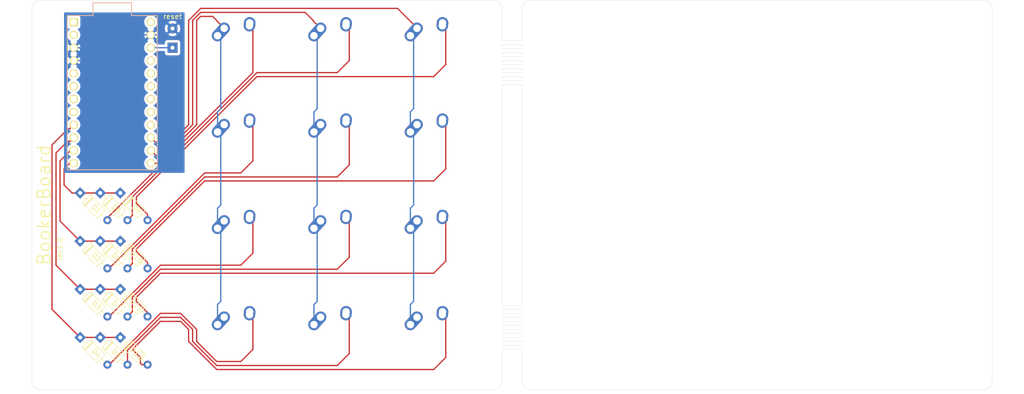
<source format=kicad_pcb>
(kicad_pcb (version 20171130) (host pcbnew "(5.1.5)-3")

  (general
    (thickness 1.6)
    (drawings 69)
    (tracks 201)
    (zones 0)
    (modules 34)
    (nets 35)
  )

  (page A4)
  (layers
    (0 F.Cu signal)
    (31 B.Cu signal)
    (32 B.Adhes user)
    (33 F.Adhes user)
    (34 B.Paste user)
    (35 F.Paste user)
    (36 B.SilkS user)
    (37 F.SilkS user)
    (38 B.Mask user)
    (39 F.Mask user)
    (40 Dwgs.User user)
    (41 Cmts.User user)
    (42 Eco1.User user)
    (43 Eco2.User user)
    (44 Edge.Cuts user)
    (45 Margin user)
    (46 B.CrtYd user)
    (47 F.CrtYd user)
    (48 B.Fab user)
    (49 F.Fab user)
  )

  (setup
    (last_trace_width 0.25)
    (trace_clearance 0.2)
    (zone_clearance 0.508)
    (zone_45_only no)
    (trace_min 0.2)
    (via_size 0.8)
    (via_drill 0.4)
    (via_min_size 0.4)
    (via_min_drill 0.3)
    (uvia_size 0.3)
    (uvia_drill 0.1)
    (uvias_allowed no)
    (uvia_min_size 0.2)
    (uvia_min_drill 0.1)
    (edge_width 0.05)
    (segment_width 0.2)
    (pcb_text_width 0.3)
    (pcb_text_size 1.5 1.5)
    (mod_edge_width 0.12)
    (mod_text_size 1 1)
    (mod_text_width 0.15)
    (pad_size 1.524 1.524)
    (pad_drill 0.762)
    (pad_to_mask_clearance 0.051)
    (solder_mask_min_width 0.25)
    (aux_axis_origin 0 0)
    (grid_origin 146.84375 51.59375)
    (visible_elements 7FFFFFFF)
    (pcbplotparams
      (layerselection 0x010fc_ffffffff)
      (usegerberextensions false)
      (usegerberattributes false)
      (usegerberadvancedattributes false)
      (creategerberjobfile false)
      (excludeedgelayer true)
      (linewidth 0.100000)
      (plotframeref false)
      (viasonmask false)
      (mode 1)
      (useauxorigin false)
      (hpglpennumber 1)
      (hpglpenspeed 20)
      (hpglpendiameter 15.000000)
      (psnegative false)
      (psa4output false)
      (plotreference true)
      (plotvalue true)
      (plotinvisibletext false)
      (padsonsilk false)
      (subtractmaskfromsilk false)
      (outputformat 1)
      (mirror false)
      (drillshape 0)
      (scaleselection 1)
      (outputdirectory "Gerber/"))
  )

  (net 0 "")
  (net 1 "Net-(D1-Pad2)")
  (net 2 row0)
  (net 3 "Net-(D2-Pad2)")
  (net 4 row1)
  (net 5 "Net-(D3-Pad2)")
  (net 6 row2)
  (net 7 "Net-(D4-Pad2)")
  (net 8 row3)
  (net 9 "Net-(D5-Pad2)")
  (net 10 "Net-(D6-Pad2)")
  (net 11 "Net-(D7-Pad2)")
  (net 12 "Net-(D8-Pad2)")
  (net 13 "Net-(D9-Pad2)")
  (net 14 "Net-(D10-Pad2)")
  (net 15 "Net-(D11-Pad2)")
  (net 16 "Net-(D12-Pad2)")
  (net 17 gnd)
  (net 18 rst)
  (net 19 col0)
  (net 20 col1)
  (net 21 col2)
  (net 22 "Net-(U1-Pad24)")
  (net 23 "Net-(U1-Pad21)")
  (net 24 "Net-(U1-Pad20)")
  (net 25 "Net-(U1-Pad19)")
  (net 26 "Net-(U1-Pad18)")
  (net 27 "Net-(U1-Pad17)")
  (net 28 "Net-(U1-Pad16)")
  (net 29 "Net-(U1-Pad8)")
  (net 30 "Net-(U1-Pad7)")
  (net 31 "Net-(U1-Pad6)")
  (net 32 "Net-(U1-Pad5)")
  (net 33 "Net-(U1-Pad2)")
  (net 34 "Net-(U1-Pad1)")

  (net_class Default "This is the default net class."
    (clearance 0.2)
    (trace_width 0.25)
    (via_dia 0.8)
    (via_drill 0.4)
    (uvia_dia 0.3)
    (uvia_drill 0.1)
    (add_net "Net-(D1-Pad2)")
    (add_net "Net-(D10-Pad2)")
    (add_net "Net-(D11-Pad2)")
    (add_net "Net-(D12-Pad2)")
    (add_net "Net-(D2-Pad2)")
    (add_net "Net-(D3-Pad2)")
    (add_net "Net-(D4-Pad2)")
    (add_net "Net-(D5-Pad2)")
    (add_net "Net-(D6-Pad2)")
    (add_net "Net-(D7-Pad2)")
    (add_net "Net-(D8-Pad2)")
    (add_net "Net-(D9-Pad2)")
    (add_net "Net-(U1-Pad1)")
    (add_net "Net-(U1-Pad16)")
    (add_net "Net-(U1-Pad17)")
    (add_net "Net-(U1-Pad18)")
    (add_net "Net-(U1-Pad19)")
    (add_net "Net-(U1-Pad2)")
    (add_net "Net-(U1-Pad20)")
    (add_net "Net-(U1-Pad21)")
    (add_net "Net-(U1-Pad24)")
    (add_net "Net-(U1-Pad5)")
    (add_net "Net-(U1-Pad6)")
    (add_net "Net-(U1-Pad7)")
    (add_net "Net-(U1-Pad8)")
    (add_net col0)
    (add_net col1)
    (add_net col2)
    (add_net gnd)
    (add_net row0)
    (add_net row1)
    (add_net row2)
    (add_net row3)
    (add_net rst)
  )

  (module MountingHole:MountingHole_2.2mm_M2 (layer F.Cu) (tedit 56D1B4CB) (tstamp 5EA19D3E)
    (at 236.5375 38.89375)
    (descr "Mounting Hole 2.2mm, no annular, M2")
    (tags "mounting hole 2.2mm no annular m2")
    (attr virtual)
    (fp_text reference REF** (at 0 -3.2) (layer F.SilkS) hide
      (effects (font (size 1 1) (thickness 0.15)))
    )
    (fp_text value MountingHole_2.2mm_M2 (at 0 3.2) (layer F.Fab)
      (effects (font (size 1 1) (thickness 0.15)))
    )
    (fp_text user %R (at 0.3 0) (layer F.Fab)
      (effects (font (size 1 1) (thickness 0.15)))
    )
    (fp_circle (center 0 0) (end 2.2 0) (layer Cmts.User) (width 0.15))
    (fp_circle (center 0 0) (end 2.45 0) (layer F.CrtYd) (width 0.05))
    (pad 1 np_thru_hole circle (at 0 0) (size 2.2 2.2) (drill 2.2) (layers *.Cu *.Mask))
  )

  (module MountingHole:MountingHole_2.2mm_M2 (layer F.Cu) (tedit 56D1B4CB) (tstamp 5EA19D37)
    (at 236.5375 109.5375)
    (descr "Mounting Hole 2.2mm, no annular, M2")
    (tags "mounting hole 2.2mm no annular m2")
    (attr virtual)
    (fp_text reference REF** (at 0 -3.2) (layer F.SilkS) hide
      (effects (font (size 1 1) (thickness 0.15)))
    )
    (fp_text value MountingHole_2.2mm_M2 (at 0 3.2) (layer F.Fab)
      (effects (font (size 1 1) (thickness 0.15)))
    )
    (fp_text user %R (at 0.3 0) (layer F.Fab)
      (effects (font (size 1 1) (thickness 0.15)))
    )
    (fp_circle (center 0 0) (end 2.2 0) (layer Cmts.User) (width 0.15))
    (fp_circle (center 0 0) (end 2.45 0) (layer F.CrtYd) (width 0.05))
    (pad 1 np_thru_hole circle (at 0 0) (size 2.2 2.2) (drill 2.2) (layers *.Cu *.Mask))
  )

  (module MountingHole:MountingHole_2.2mm_M2 (layer F.Cu) (tedit 56D1B4CB) (tstamp 5EA19D30)
    (at 150.01875 109.5375)
    (descr "Mounting Hole 2.2mm, no annular, M2")
    (tags "mounting hole 2.2mm no annular m2")
    (attr virtual)
    (fp_text reference REF** (at 0 -3.2) (layer F.SilkS) hide
      (effects (font (size 1 1) (thickness 0.15)))
    )
    (fp_text value MountingHole_2.2mm_M2 (at 0 3.2) (layer F.Fab)
      (effects (font (size 1 1) (thickness 0.15)))
    )
    (fp_text user %R (at 0.3 0) (layer F.Fab)
      (effects (font (size 1 1) (thickness 0.15)))
    )
    (fp_circle (center 0 0) (end 2.2 0) (layer Cmts.User) (width 0.15))
    (fp_circle (center 0 0) (end 2.45 0) (layer F.CrtYd) (width 0.05))
    (pad 1 np_thru_hole circle (at 0 0) (size 2.2 2.2) (drill 2.2) (layers *.Cu *.Mask))
  )

  (module MountingHole:MountingHole_2.2mm_M2 (layer F.Cu) (tedit 56D1B4CB) (tstamp 5EA19D29)
    (at 150.01875 38.89375)
    (descr "Mounting Hole 2.2mm, no annular, M2")
    (tags "mounting hole 2.2mm no annular m2")
    (attr virtual)
    (fp_text reference REF** (at 0 -3.2) (layer F.SilkS) hide
      (effects (font (size 1 1) (thickness 0.15)))
    )
    (fp_text value MountingHole_2.2mm_M2 (at 0 3.2) (layer F.Fab)
      (effects (font (size 1 1) (thickness 0.15)))
    )
    (fp_text user %R (at 0.3 0) (layer F.Fab)
      (effects (font (size 1 1) (thickness 0.15)))
    )
    (fp_circle (center 0 0) (end 2.2 0) (layer Cmts.User) (width 0.15))
    (fp_circle (center 0 0) (end 2.45 0) (layer F.CrtYd) (width 0.05))
    (pad 1 np_thru_hole circle (at 0 0) (size 2.2 2.2) (drill 2.2) (layers *.Cu *.Mask))
  )

  (module Diode_THT:D_DO-35_SOD27_P7.62mm_Horizontal (layer F.Cu) (tedit 5AE50CD5) (tstamp 5EA0FA3D)
    (at 67.46875 102.39375 315)
    (descr "Diode, DO-35_SOD27 series, Axial, Horizontal, pin pitch=7.62mm, , length*diameter=4*2mm^2, , http://www.diodes.com/_files/packages/DO-35.pdf")
    (tags "Diode DO-35_SOD27 series Axial Horizontal pin pitch 7.62mm  length 4mm diameter 2mm")
    (path /5EA31099)
    (fp_text reference D12 (at 4.490128 0 135) (layer F.SilkS)
      (effects (font (size 1 1) (thickness 0.15)))
    )
    (fp_text value D_Small (at 3.81 2.12 135) (layer F.Fab)
      (effects (font (size 1 1) (thickness 0.15)))
    )
    (fp_text user K (at 0 -1.8 135) (layer F.SilkS) hide
      (effects (font (size 1 1) (thickness 0.15)))
    )
    (fp_text user K (at 0 -1.8 135) (layer F.Fab)
      (effects (font (size 1 1) (thickness 0.15)))
    )
    (fp_text user %R (at 4.11 0 135) (layer F.Fab)
      (effects (font (size 0.8 0.8) (thickness 0.12)))
    )
    (fp_line (start 8.67 -1.25) (end -1.05 -1.25) (layer F.CrtYd) (width 0.05))
    (fp_line (start 8.67 1.25) (end 8.67 -1.25) (layer F.CrtYd) (width 0.05))
    (fp_line (start -1.05 1.25) (end 8.67 1.25) (layer F.CrtYd) (width 0.05))
    (fp_line (start -1.05 -1.25) (end -1.05 1.25) (layer F.CrtYd) (width 0.05))
    (fp_line (start 2.29 -1.12) (end 2.29 1.12) (layer F.SilkS) (width 0.12))
    (fp_line (start 2.53 -1.12) (end 2.53 1.12) (layer F.SilkS) (width 0.12))
    (fp_line (start 2.41 -1.12) (end 2.41 1.12) (layer F.SilkS) (width 0.12))
    (fp_line (start 6.58 0) (end 5.93 0) (layer F.SilkS) (width 0.12))
    (fp_line (start 1.04 0) (end 1.69 0) (layer F.SilkS) (width 0.12))
    (fp_line (start 5.93 -1.12) (end 1.69 -1.12) (layer F.SilkS) (width 0.12))
    (fp_line (start 5.93 1.12) (end 5.93 -1.12) (layer F.SilkS) (width 0.12))
    (fp_line (start 1.69 1.12) (end 5.93 1.12) (layer F.SilkS) (width 0.12))
    (fp_line (start 1.69 -1.12) (end 1.69 1.12) (layer F.SilkS) (width 0.12))
    (fp_line (start 2.31 -1) (end 2.31 1) (layer F.Fab) (width 0.1))
    (fp_line (start 2.51 -1) (end 2.51 1) (layer F.Fab) (width 0.1))
    (fp_line (start 2.41 -1) (end 2.41 1) (layer F.Fab) (width 0.1))
    (fp_line (start 7.62 0) (end 5.81 0) (layer F.Fab) (width 0.1))
    (fp_line (start 0 0) (end 1.81 0) (layer F.Fab) (width 0.1))
    (fp_line (start 5.81 -1) (end 1.81 -1) (layer F.Fab) (width 0.1))
    (fp_line (start 5.81 1) (end 5.81 -1) (layer F.Fab) (width 0.1))
    (fp_line (start 1.81 1) (end 5.81 1) (layer F.Fab) (width 0.1))
    (fp_line (start 1.81 -1) (end 1.81 1) (layer F.Fab) (width 0.1))
    (pad 2 thru_hole oval (at 7.62 0 315) (size 1.6 1.6) (drill 0.8) (layers *.Cu *.Mask)
      (net 16 "Net-(D12-Pad2)"))
    (pad 1 thru_hole rect (at 0 0 315) (size 1.6 1.6) (drill 0.8) (layers *.Cu *.Mask)
      (net 8 row3))
    (model ${KISYS3DMOD}/Diode_THT.3dshapes/D_DO-35_SOD27_P7.62mm_Horizontal.wrl
      (at (xyz 0 0 0))
      (scale (xyz 1 1 1))
      (rotate (xyz 0 0 0))
    )
  )

  (module MountingHole:MountingHole_2.2mm_M2 (layer F.Cu) (tedit 56D1B4CB) (tstamp 5EA18E38)
    (at 139.7 109.5375)
    (descr "Mounting Hole 2.2mm, no annular, M2")
    (tags "mounting hole 2.2mm no annular m2")
    (attr virtual)
    (fp_text reference REF** (at 0 -3.2) (layer F.SilkS) hide
      (effects (font (size 1 1) (thickness 0.15)))
    )
    (fp_text value MountingHole_2.2mm_M2 (at 0 3.2) (layer F.Fab)
      (effects (font (size 1 1) (thickness 0.15)))
    )
    (fp_circle (center 0 0) (end 2.45 0) (layer F.CrtYd) (width 0.05))
    (fp_circle (center 0 0) (end 2.2 0) (layer Cmts.User) (width 0.15))
    (fp_text user %R (at 0.3 0) (layer F.Fab)
      (effects (font (size 1 1) (thickness 0.15)))
    )
    (pad 1 np_thru_hole circle (at 0 0) (size 2.2 2.2) (drill 2.2) (layers *.Cu *.Mask))
  )

  (module MountingHole:MountingHole_2.2mm_M2 (layer F.Cu) (tedit 56D1B4CB) (tstamp 5EA18DF6)
    (at 139.7 38.89375)
    (descr "Mounting Hole 2.2mm, no annular, M2")
    (tags "mounting hole 2.2mm no annular m2")
    (attr virtual)
    (fp_text reference REF** (at 0 -3.2) (layer F.SilkS) hide
      (effects (font (size 1 1) (thickness 0.15)))
    )
    (fp_text value MountingHole_2.2mm_M2 (at 0 3.2) (layer F.Fab)
      (effects (font (size 1 1) (thickness 0.15)))
    )
    (fp_circle (center 0 0) (end 2.45 0) (layer F.CrtYd) (width 0.05))
    (fp_circle (center 0 0) (end 2.2 0) (layer Cmts.User) (width 0.15))
    (fp_text user %R (at 0.3 0) (layer F.Fab)
      (effects (font (size 1 1) (thickness 0.15)))
    )
    (pad 1 np_thru_hole circle (at 0 0) (size 2.2 2.2) (drill 2.2) (layers *.Cu *.Mask))
  )

  (module MountingHole:MountingHole_2.2mm_M2 (layer F.Cu) (tedit 56D1B4CB) (tstamp 5EA18D5D)
    (at 53.18125 38.89375)
    (descr "Mounting Hole 2.2mm, no annular, M2")
    (tags "mounting hole 2.2mm no annular m2")
    (attr virtual)
    (fp_text reference REF** (at 0 -3.2) (layer F.SilkS) hide
      (effects (font (size 1 1) (thickness 0.15)))
    )
    (fp_text value MountingHole_2.2mm_M2 (at 0 3.2) (layer F.Fab)
      (effects (font (size 1 1) (thickness 0.15)))
    )
    (fp_circle (center 0 0) (end 2.45 0) (layer F.CrtYd) (width 0.05))
    (fp_circle (center 0 0) (end 2.2 0) (layer Cmts.User) (width 0.15))
    (fp_text user %R (at 0.3 0) (layer F.Fab)
      (effects (font (size 1 1) (thickness 0.15)))
    )
    (pad 1 np_thru_hole circle (at 0 0) (size 2.2 2.2) (drill 2.2) (layers *.Cu *.Mask))
  )

  (module MountingHole:MountingHole_2.2mm_M2 (layer F.Cu) (tedit 56D1B4CB) (tstamp 5EA18D1A)
    (at 53.18125 109.5375)
    (descr "Mounting Hole 2.2mm, no annular, M2")
    (tags "mounting hole 2.2mm no annular m2")
    (attr virtual)
    (fp_text reference REF** (at 0 -3.2) (layer F.SilkS) hide
      (effects (font (size 1 1) (thickness 0.15)))
    )
    (fp_text value MountingHole_2.2mm_M2 (at 0 3.2) (layer F.Fab)
      (effects (font (size 1 1) (thickness 0.15)))
    )
    (fp_circle (center 0 0) (end 2.45 0) (layer F.CrtYd) (width 0.05))
    (fp_circle (center 0 0) (end 2.2 0) (layer Cmts.User) (width 0.15))
    (fp_text user %R (at 0.3 0) (layer F.Fab)
      (effects (font (size 1 1) (thickness 0.15)))
    )
    (pad 1 np_thru_hole circle (at 0 0) (size 2.2 2.2) (drill 2.2) (layers *.Cu *.Mask))
  )

  (module promicro:ProMicro (layer F.Cu) (tedit 5A06A962) (tstamp 5EA0FB88)
    (at 65.88125 53.975 270)
    (descr "Pro Micro footprint")
    (tags "promicro ProMicro")
    (path /5EA17D41)
    (fp_text reference U1 (at 0 -10.16 90) (layer F.SilkS) hide
      (effects (font (size 1 1) (thickness 0.15)))
    )
    (fp_text value ProMicro (at 0 10.16 90) (layer F.Fab)
      (effects (font (size 1 1) (thickness 0.15)))
    )
    (fp_line (start 15.24 -8.89) (end 15.24 8.89) (layer F.SilkS) (width 0.15))
    (fp_line (start -15.24 -8.89) (end 15.24 -8.89) (layer F.SilkS) (width 0.15))
    (fp_line (start -15.24 -3.81) (end -15.24 -8.89) (layer F.SilkS) (width 0.15))
    (fp_line (start -17.78 -3.81) (end -15.24 -3.81) (layer F.SilkS) (width 0.15))
    (fp_line (start -17.78 3.81) (end -17.78 -3.81) (layer F.SilkS) (width 0.15))
    (fp_line (start -15.24 3.81) (end -17.78 3.81) (layer F.SilkS) (width 0.15))
    (fp_line (start -15.24 8.89) (end -15.24 3.81) (layer F.SilkS) (width 0.15))
    (fp_line (start -15.24 8.89) (end 15.24 8.89) (layer F.SilkS) (width 0.15))
    (fp_line (start -15.24 -8.89) (end 15.24 -8.89) (layer B.SilkS) (width 0.15))
    (fp_line (start -15.24 -3.81) (end -15.24 -8.89) (layer B.SilkS) (width 0.15))
    (fp_line (start -17.78 -3.81) (end -15.24 -3.81) (layer B.SilkS) (width 0.15))
    (fp_line (start -17.78 3.81) (end -17.78 -3.81) (layer B.SilkS) (width 0.15))
    (fp_line (start -15.24 3.81) (end -17.78 3.81) (layer B.SilkS) (width 0.15))
    (fp_line (start -15.24 8.89) (end -15.24 3.81) (layer B.SilkS) (width 0.15))
    (fp_line (start 15.24 8.89) (end -15.24 8.89) (layer B.SilkS) (width 0.15))
    (fp_line (start 15.24 -8.89) (end 15.24 8.89) (layer B.SilkS) (width 0.15))
    (pad 24 thru_hole circle (at -13.97 -7.62 270) (size 1.6 1.6) (drill 1.1) (layers *.Cu *.Mask F.SilkS)
      (net 22 "Net-(U1-Pad24)"))
    (pad 23 thru_hole circle (at -11.43 -7.62 270) (size 1.6 1.6) (drill 1.1) (layers *.Cu *.Mask F.SilkS)
      (net 17 gnd))
    (pad 22 thru_hole circle (at -8.89 -7.62 270) (size 1.6 1.6) (drill 1.1) (layers *.Cu *.Mask F.SilkS)
      (net 18 rst))
    (pad 21 thru_hole circle (at -6.35 -7.62 270) (size 1.6 1.6) (drill 1.1) (layers *.Cu *.Mask F.SilkS)
      (net 23 "Net-(U1-Pad21)"))
    (pad 20 thru_hole circle (at -3.81 -7.62 270) (size 1.6 1.6) (drill 1.1) (layers *.Cu *.Mask F.SilkS)
      (net 24 "Net-(U1-Pad20)"))
    (pad 19 thru_hole circle (at -1.27 -7.62 270) (size 1.6 1.6) (drill 1.1) (layers *.Cu *.Mask F.SilkS)
      (net 25 "Net-(U1-Pad19)"))
    (pad 18 thru_hole circle (at 1.27 -7.62 270) (size 1.6 1.6) (drill 1.1) (layers *.Cu *.Mask F.SilkS)
      (net 26 "Net-(U1-Pad18)"))
    (pad 17 thru_hole circle (at 3.81 -7.62 270) (size 1.6 1.6) (drill 1.1) (layers *.Cu *.Mask F.SilkS)
      (net 27 "Net-(U1-Pad17)"))
    (pad 16 thru_hole circle (at 6.35 -7.62 270) (size 1.6 1.6) (drill 1.1) (layers *.Cu *.Mask F.SilkS)
      (net 28 "Net-(U1-Pad16)"))
    (pad 15 thru_hole circle (at 8.89 -7.62 270) (size 1.6 1.6) (drill 1.1) (layers *.Cu *.Mask F.SilkS)
      (net 21 col2))
    (pad 14 thru_hole circle (at 11.43 -7.62 270) (size 1.6 1.6) (drill 1.1) (layers *.Cu *.Mask F.SilkS)
      (net 20 col1))
    (pad 13 thru_hole circle (at 13.97 -7.62 270) (size 1.6 1.6) (drill 1.1) (layers *.Cu *.Mask F.SilkS)
      (net 19 col0))
    (pad 12 thru_hole circle (at 13.97 7.62 270) (size 1.6 1.6) (drill 1.1) (layers *.Cu *.Mask F.SilkS)
      (net 2 row0))
    (pad 11 thru_hole circle (at 11.43 7.62 270) (size 1.6 1.6) (drill 1.1) (layers *.Cu *.Mask F.SilkS)
      (net 4 row1))
    (pad 10 thru_hole circle (at 8.89 7.62 270) (size 1.6 1.6) (drill 1.1) (layers *.Cu *.Mask F.SilkS)
      (net 6 row2))
    (pad 9 thru_hole circle (at 6.35 7.62 270) (size 1.6 1.6) (drill 1.1) (layers *.Cu *.Mask F.SilkS)
      (net 8 row3))
    (pad 8 thru_hole circle (at 3.81 7.62 270) (size 1.6 1.6) (drill 1.1) (layers *.Cu *.Mask F.SilkS)
      (net 29 "Net-(U1-Pad8)"))
    (pad 7 thru_hole circle (at 1.27 7.62 270) (size 1.6 1.6) (drill 1.1) (layers *.Cu *.Mask F.SilkS)
      (net 30 "Net-(U1-Pad7)"))
    (pad 6 thru_hole circle (at -1.27 7.62 270) (size 1.6 1.6) (drill 1.1) (layers *.Cu *.Mask F.SilkS)
      (net 31 "Net-(U1-Pad6)"))
    (pad 5 thru_hole circle (at -3.81 7.62 270) (size 1.6 1.6) (drill 1.1) (layers *.Cu *.Mask F.SilkS)
      (net 32 "Net-(U1-Pad5)"))
    (pad 4 thru_hole circle (at -6.35 7.62 270) (size 1.6 1.6) (drill 1.1) (layers *.Cu *.Mask F.SilkS)
      (net 17 gnd))
    (pad 3 thru_hole circle (at -8.89 7.62 270) (size 1.6 1.6) (drill 1.1) (layers *.Cu *.Mask F.SilkS)
      (net 17 gnd))
    (pad 2 thru_hole circle (at -11.43 7.62 270) (size 1.6 1.6) (drill 1.1) (layers *.Cu *.Mask F.SilkS)
      (net 33 "Net-(U1-Pad2)"))
    (pad 1 thru_hole rect (at -13.97 7.62 270) (size 1.6 1.6) (drill 1.1) (layers *.Cu *.Mask F.SilkS)
      (net 34 "Net-(U1-Pad1)"))
  )

  (module MX_Alps_Hybrid:MX-1U-NoLED (layer F.Cu) (tedit 5A9F5203) (tstamp 5EA0FB5C)
    (at 128.5875 102.39375)
    (path /5EA12011)
    (fp_text reference MX12 (at 0 3.175) (layer Dwgs.User)
      (effects (font (size 1 1) (thickness 0.15)))
    )
    (fp_text value MX-NoLED (at 0 -7.9375) (layer Dwgs.User)
      (effects (font (size 1 1) (thickness 0.15)))
    )
    (fp_line (start -9.525 9.525) (end -9.525 -9.525) (layer Dwgs.User) (width 0.15))
    (fp_line (start 9.525 9.525) (end -9.525 9.525) (layer Dwgs.User) (width 0.15))
    (fp_line (start 9.525 -9.525) (end 9.525 9.525) (layer Dwgs.User) (width 0.15))
    (fp_line (start -9.525 -9.525) (end 9.525 -9.525) (layer Dwgs.User) (width 0.15))
    (fp_line (start -7 -7) (end -7 -5) (layer Dwgs.User) (width 0.15))
    (fp_line (start -5 -7) (end -7 -7) (layer Dwgs.User) (width 0.15))
    (fp_line (start -7 7) (end -5 7) (layer Dwgs.User) (width 0.15))
    (fp_line (start -7 5) (end -7 7) (layer Dwgs.User) (width 0.15))
    (fp_line (start 7 7) (end 7 5) (layer Dwgs.User) (width 0.15))
    (fp_line (start 5 7) (end 7 7) (layer Dwgs.User) (width 0.15))
    (fp_line (start 7 -7) (end 7 -5) (layer Dwgs.User) (width 0.15))
    (fp_line (start 5 -7) (end 7 -7) (layer Dwgs.User) (width 0.15))
    (pad "" np_thru_hole circle (at 5.08 0 48.0996) (size 1.75 1.75) (drill 1.75) (layers *.Cu *.Mask))
    (pad "" np_thru_hole circle (at -5.08 0 48.0996) (size 1.75 1.75) (drill 1.75) (layers *.Cu *.Mask))
    (pad 1 thru_hole circle (at -2.5 -4) (size 2.25 2.25) (drill 1.47) (layers *.Cu B.Mask)
      (net 21 col2))
    (pad "" np_thru_hole circle (at 0 0) (size 3.9878 3.9878) (drill 3.9878) (layers *.Cu *.Mask))
    (pad 1 thru_hole oval (at -3.81 -2.54 48.0996) (size 4.211556 2.25) (drill 1.47 (offset 0.980778 0)) (layers *.Cu B.Mask)
      (net 21 col2))
    (pad 2 thru_hole circle (at 2.54 -5.08) (size 2.25 2.25) (drill 1.47) (layers *.Cu B.Mask)
      (net 16 "Net-(D12-Pad2)"))
    (pad 2 thru_hole oval (at 2.5 -4.5 86.0548) (size 2.831378 2.25) (drill 1.47 (offset 0.290689 0)) (layers *.Cu B.Mask)
      (net 16 "Net-(D12-Pad2)"))
  )

  (module MX_Alps_Hybrid:MX-1U-NoLED (layer F.Cu) (tedit 5A9F5203) (tstamp 5EA0FB45)
    (at 128.5875 83.34375)
    (path /5EA10109)
    (fp_text reference MX11 (at 0 3.175) (layer Dwgs.User)
      (effects (font (size 1 1) (thickness 0.15)))
    )
    (fp_text value MX-NoLED (at 0 -7.9375) (layer Dwgs.User)
      (effects (font (size 1 1) (thickness 0.15)))
    )
    (fp_line (start -9.525 9.525) (end -9.525 -9.525) (layer Dwgs.User) (width 0.15))
    (fp_line (start 9.525 9.525) (end -9.525 9.525) (layer Dwgs.User) (width 0.15))
    (fp_line (start 9.525 -9.525) (end 9.525 9.525) (layer Dwgs.User) (width 0.15))
    (fp_line (start -9.525 -9.525) (end 9.525 -9.525) (layer Dwgs.User) (width 0.15))
    (fp_line (start -7 -7) (end -7 -5) (layer Dwgs.User) (width 0.15))
    (fp_line (start -5 -7) (end -7 -7) (layer Dwgs.User) (width 0.15))
    (fp_line (start -7 7) (end -5 7) (layer Dwgs.User) (width 0.15))
    (fp_line (start -7 5) (end -7 7) (layer Dwgs.User) (width 0.15))
    (fp_line (start 7 7) (end 7 5) (layer Dwgs.User) (width 0.15))
    (fp_line (start 5 7) (end 7 7) (layer Dwgs.User) (width 0.15))
    (fp_line (start 7 -7) (end 7 -5) (layer Dwgs.User) (width 0.15))
    (fp_line (start 5 -7) (end 7 -7) (layer Dwgs.User) (width 0.15))
    (pad "" np_thru_hole circle (at 5.08 0 48.0996) (size 1.75 1.75) (drill 1.75) (layers *.Cu *.Mask))
    (pad "" np_thru_hole circle (at -5.08 0 48.0996) (size 1.75 1.75) (drill 1.75) (layers *.Cu *.Mask))
    (pad 1 thru_hole circle (at -2.5 -4) (size 2.25 2.25) (drill 1.47) (layers *.Cu B.Mask)
      (net 21 col2))
    (pad "" np_thru_hole circle (at 0 0) (size 3.9878 3.9878) (drill 3.9878) (layers *.Cu *.Mask))
    (pad 1 thru_hole oval (at -3.81 -2.54 48.0996) (size 4.211556 2.25) (drill 1.47 (offset 0.980778 0)) (layers *.Cu B.Mask)
      (net 21 col2))
    (pad 2 thru_hole circle (at 2.54 -5.08) (size 2.25 2.25) (drill 1.47) (layers *.Cu B.Mask)
      (net 15 "Net-(D11-Pad2)"))
    (pad 2 thru_hole oval (at 2.5 -4.5 86.0548) (size 2.831378 2.25) (drill 1.47 (offset 0.290689 0)) (layers *.Cu B.Mask)
      (net 15 "Net-(D11-Pad2)"))
  )

  (module MX_Alps_Hybrid:MX-1U-NoLED (layer F.Cu) (tedit 5A9F5203) (tstamp 5EA0FB2E)
    (at 128.5875 64.29375)
    (path /5EA0E16F)
    (fp_text reference MX10 (at 0 3.175) (layer Dwgs.User)
      (effects (font (size 1 1) (thickness 0.15)))
    )
    (fp_text value MX-NoLED (at 0 -7.9375) (layer Dwgs.User)
      (effects (font (size 1 1) (thickness 0.15)))
    )
    (fp_line (start -9.525 9.525) (end -9.525 -9.525) (layer Dwgs.User) (width 0.15))
    (fp_line (start 9.525 9.525) (end -9.525 9.525) (layer Dwgs.User) (width 0.15))
    (fp_line (start 9.525 -9.525) (end 9.525 9.525) (layer Dwgs.User) (width 0.15))
    (fp_line (start -9.525 -9.525) (end 9.525 -9.525) (layer Dwgs.User) (width 0.15))
    (fp_line (start -7 -7) (end -7 -5) (layer Dwgs.User) (width 0.15))
    (fp_line (start -5 -7) (end -7 -7) (layer Dwgs.User) (width 0.15))
    (fp_line (start -7 7) (end -5 7) (layer Dwgs.User) (width 0.15))
    (fp_line (start -7 5) (end -7 7) (layer Dwgs.User) (width 0.15))
    (fp_line (start 7 7) (end 7 5) (layer Dwgs.User) (width 0.15))
    (fp_line (start 5 7) (end 7 7) (layer Dwgs.User) (width 0.15))
    (fp_line (start 7 -7) (end 7 -5) (layer Dwgs.User) (width 0.15))
    (fp_line (start 5 -7) (end 7 -7) (layer Dwgs.User) (width 0.15))
    (pad "" np_thru_hole circle (at 5.08 0 48.0996) (size 1.75 1.75) (drill 1.75) (layers *.Cu *.Mask))
    (pad "" np_thru_hole circle (at -5.08 0 48.0996) (size 1.75 1.75) (drill 1.75) (layers *.Cu *.Mask))
    (pad 1 thru_hole circle (at -2.5 -4) (size 2.25 2.25) (drill 1.47) (layers *.Cu B.Mask)
      (net 21 col2))
    (pad "" np_thru_hole circle (at 0 0) (size 3.9878 3.9878) (drill 3.9878) (layers *.Cu *.Mask))
    (pad 1 thru_hole oval (at -3.81 -2.54 48.0996) (size 4.211556 2.25) (drill 1.47 (offset 0.980778 0)) (layers *.Cu B.Mask)
      (net 21 col2))
    (pad 2 thru_hole circle (at 2.54 -5.08) (size 2.25 2.25) (drill 1.47) (layers *.Cu B.Mask)
      (net 14 "Net-(D10-Pad2)"))
    (pad 2 thru_hole oval (at 2.5 -4.5 86.0548) (size 2.831378 2.25) (drill 1.47 (offset 0.290689 0)) (layers *.Cu B.Mask)
      (net 14 "Net-(D10-Pad2)"))
  )

  (module MX_Alps_Hybrid:MX-1U-NoLED (layer F.Cu) (tedit 5A9F5203) (tstamp 5EA0FB17)
    (at 128.5875 45.24375)
    (path /5EA0B2DC)
    (fp_text reference MX9 (at 0 3.175) (layer Dwgs.User)
      (effects (font (size 1 1) (thickness 0.15)))
    )
    (fp_text value MX-NoLED (at 0 -7.9375) (layer Dwgs.User)
      (effects (font (size 1 1) (thickness 0.15)))
    )
    (fp_line (start -9.525 9.525) (end -9.525 -9.525) (layer Dwgs.User) (width 0.15))
    (fp_line (start 9.525 9.525) (end -9.525 9.525) (layer Dwgs.User) (width 0.15))
    (fp_line (start 9.525 -9.525) (end 9.525 9.525) (layer Dwgs.User) (width 0.15))
    (fp_line (start -9.525 -9.525) (end 9.525 -9.525) (layer Dwgs.User) (width 0.15))
    (fp_line (start -7 -7) (end -7 -5) (layer Dwgs.User) (width 0.15))
    (fp_line (start -5 -7) (end -7 -7) (layer Dwgs.User) (width 0.15))
    (fp_line (start -7 7) (end -5 7) (layer Dwgs.User) (width 0.15))
    (fp_line (start -7 5) (end -7 7) (layer Dwgs.User) (width 0.15))
    (fp_line (start 7 7) (end 7 5) (layer Dwgs.User) (width 0.15))
    (fp_line (start 5 7) (end 7 7) (layer Dwgs.User) (width 0.15))
    (fp_line (start 7 -7) (end 7 -5) (layer Dwgs.User) (width 0.15))
    (fp_line (start 5 -7) (end 7 -7) (layer Dwgs.User) (width 0.15))
    (pad "" np_thru_hole circle (at 5.08 0 48.0996) (size 1.75 1.75) (drill 1.75) (layers *.Cu *.Mask))
    (pad "" np_thru_hole circle (at -5.08 0 48.0996) (size 1.75 1.75) (drill 1.75) (layers *.Cu *.Mask))
    (pad 1 thru_hole circle (at -2.5 -4) (size 2.25 2.25) (drill 1.47) (layers *.Cu B.Mask)
      (net 21 col2))
    (pad "" np_thru_hole circle (at 0 0) (size 3.9878 3.9878) (drill 3.9878) (layers *.Cu *.Mask))
    (pad 1 thru_hole oval (at -3.81 -2.54 48.0996) (size 4.211556 2.25) (drill 1.47 (offset 0.980778 0)) (layers *.Cu B.Mask)
      (net 21 col2))
    (pad 2 thru_hole circle (at 2.54 -5.08) (size 2.25 2.25) (drill 1.47) (layers *.Cu B.Mask)
      (net 13 "Net-(D9-Pad2)"))
    (pad 2 thru_hole oval (at 2.5 -4.5 86.0548) (size 2.831378 2.25) (drill 1.47 (offset 0.290689 0)) (layers *.Cu B.Mask)
      (net 13 "Net-(D9-Pad2)"))
  )

  (module MX_Alps_Hybrid:MX-1U-NoLED (layer F.Cu) (tedit 5A9F5203) (tstamp 5EA0FB00)
    (at 109.5375 102.39375)
    (path /5EA119C6)
    (fp_text reference MX8 (at 0 3.175) (layer Dwgs.User)
      (effects (font (size 1 1) (thickness 0.15)))
    )
    (fp_text value MX-NoLED (at 0 -7.9375) (layer Dwgs.User)
      (effects (font (size 1 1) (thickness 0.15)))
    )
    (fp_line (start -9.525 9.525) (end -9.525 -9.525) (layer Dwgs.User) (width 0.15))
    (fp_line (start 9.525 9.525) (end -9.525 9.525) (layer Dwgs.User) (width 0.15))
    (fp_line (start 9.525 -9.525) (end 9.525 9.525) (layer Dwgs.User) (width 0.15))
    (fp_line (start -9.525 -9.525) (end 9.525 -9.525) (layer Dwgs.User) (width 0.15))
    (fp_line (start -7 -7) (end -7 -5) (layer Dwgs.User) (width 0.15))
    (fp_line (start -5 -7) (end -7 -7) (layer Dwgs.User) (width 0.15))
    (fp_line (start -7 7) (end -5 7) (layer Dwgs.User) (width 0.15))
    (fp_line (start -7 5) (end -7 7) (layer Dwgs.User) (width 0.15))
    (fp_line (start 7 7) (end 7 5) (layer Dwgs.User) (width 0.15))
    (fp_line (start 5 7) (end 7 7) (layer Dwgs.User) (width 0.15))
    (fp_line (start 7 -7) (end 7 -5) (layer Dwgs.User) (width 0.15))
    (fp_line (start 5 -7) (end 7 -7) (layer Dwgs.User) (width 0.15))
    (pad "" np_thru_hole circle (at 5.08 0 48.0996) (size 1.75 1.75) (drill 1.75) (layers *.Cu *.Mask))
    (pad "" np_thru_hole circle (at -5.08 0 48.0996) (size 1.75 1.75) (drill 1.75) (layers *.Cu *.Mask))
    (pad 1 thru_hole circle (at -2.5 -4) (size 2.25 2.25) (drill 1.47) (layers *.Cu B.Mask)
      (net 20 col1))
    (pad "" np_thru_hole circle (at 0 0) (size 3.9878 3.9878) (drill 3.9878) (layers *.Cu *.Mask))
    (pad 1 thru_hole oval (at -3.81 -2.54 48.0996) (size 4.211556 2.25) (drill 1.47 (offset 0.980778 0)) (layers *.Cu B.Mask)
      (net 20 col1))
    (pad 2 thru_hole circle (at 2.54 -5.08) (size 2.25 2.25) (drill 1.47) (layers *.Cu B.Mask)
      (net 12 "Net-(D8-Pad2)"))
    (pad 2 thru_hole oval (at 2.5 -4.5 86.0548) (size 2.831378 2.25) (drill 1.47 (offset 0.290689 0)) (layers *.Cu B.Mask)
      (net 12 "Net-(D8-Pad2)"))
  )

  (module MX_Alps_Hybrid:MX-1U-NoLED (layer F.Cu) (tedit 5A9F5203) (tstamp 5EA0FAE9)
    (at 109.5375 83.34375)
    (path /5EA0F9EC)
    (fp_text reference MX7 (at 0 3.175) (layer Dwgs.User)
      (effects (font (size 1 1) (thickness 0.15)))
    )
    (fp_text value MX-NoLED (at 0 -7.9375) (layer Dwgs.User)
      (effects (font (size 1 1) (thickness 0.15)))
    )
    (fp_line (start -9.525 9.525) (end -9.525 -9.525) (layer Dwgs.User) (width 0.15))
    (fp_line (start 9.525 9.525) (end -9.525 9.525) (layer Dwgs.User) (width 0.15))
    (fp_line (start 9.525 -9.525) (end 9.525 9.525) (layer Dwgs.User) (width 0.15))
    (fp_line (start -9.525 -9.525) (end 9.525 -9.525) (layer Dwgs.User) (width 0.15))
    (fp_line (start -7 -7) (end -7 -5) (layer Dwgs.User) (width 0.15))
    (fp_line (start -5 -7) (end -7 -7) (layer Dwgs.User) (width 0.15))
    (fp_line (start -7 7) (end -5 7) (layer Dwgs.User) (width 0.15))
    (fp_line (start -7 5) (end -7 7) (layer Dwgs.User) (width 0.15))
    (fp_line (start 7 7) (end 7 5) (layer Dwgs.User) (width 0.15))
    (fp_line (start 5 7) (end 7 7) (layer Dwgs.User) (width 0.15))
    (fp_line (start 7 -7) (end 7 -5) (layer Dwgs.User) (width 0.15))
    (fp_line (start 5 -7) (end 7 -7) (layer Dwgs.User) (width 0.15))
    (pad "" np_thru_hole circle (at 5.08 0 48.0996) (size 1.75 1.75) (drill 1.75) (layers *.Cu *.Mask))
    (pad "" np_thru_hole circle (at -5.08 0 48.0996) (size 1.75 1.75) (drill 1.75) (layers *.Cu *.Mask))
    (pad 1 thru_hole circle (at -2.5 -4) (size 2.25 2.25) (drill 1.47) (layers *.Cu B.Mask)
      (net 20 col1))
    (pad "" np_thru_hole circle (at 0 0) (size 3.9878 3.9878) (drill 3.9878) (layers *.Cu *.Mask))
    (pad 1 thru_hole oval (at -3.81 -2.54 48.0996) (size 4.211556 2.25) (drill 1.47 (offset 0.980778 0)) (layers *.Cu B.Mask)
      (net 20 col1))
    (pad 2 thru_hole circle (at 2.54 -5.08) (size 2.25 2.25) (drill 1.47) (layers *.Cu B.Mask)
      (net 11 "Net-(D7-Pad2)"))
    (pad 2 thru_hole oval (at 2.5 -4.5 86.0548) (size 2.831378 2.25) (drill 1.47 (offset 0.290689 0)) (layers *.Cu B.Mask)
      (net 11 "Net-(D7-Pad2)"))
  )

  (module MX_Alps_Hybrid:MX-1U-NoLED (layer F.Cu) (tedit 5A9F5203) (tstamp 5EA0FAD2)
    (at 109.5375 64.29375)
    (path /5EA0CA5D)
    (fp_text reference MX6 (at 0 3.175) (layer Dwgs.User)
      (effects (font (size 1 1) (thickness 0.15)))
    )
    (fp_text value MX-NoLED (at 0 -7.9375) (layer Dwgs.User)
      (effects (font (size 1 1) (thickness 0.15)))
    )
    (fp_line (start -9.525 9.525) (end -9.525 -9.525) (layer Dwgs.User) (width 0.15))
    (fp_line (start 9.525 9.525) (end -9.525 9.525) (layer Dwgs.User) (width 0.15))
    (fp_line (start 9.525 -9.525) (end 9.525 9.525) (layer Dwgs.User) (width 0.15))
    (fp_line (start -9.525 -9.525) (end 9.525 -9.525) (layer Dwgs.User) (width 0.15))
    (fp_line (start -7 -7) (end -7 -5) (layer Dwgs.User) (width 0.15))
    (fp_line (start -5 -7) (end -7 -7) (layer Dwgs.User) (width 0.15))
    (fp_line (start -7 7) (end -5 7) (layer Dwgs.User) (width 0.15))
    (fp_line (start -7 5) (end -7 7) (layer Dwgs.User) (width 0.15))
    (fp_line (start 7 7) (end 7 5) (layer Dwgs.User) (width 0.15))
    (fp_line (start 5 7) (end 7 7) (layer Dwgs.User) (width 0.15))
    (fp_line (start 7 -7) (end 7 -5) (layer Dwgs.User) (width 0.15))
    (fp_line (start 5 -7) (end 7 -7) (layer Dwgs.User) (width 0.15))
    (pad "" np_thru_hole circle (at 5.08 0 48.0996) (size 1.75 1.75) (drill 1.75) (layers *.Cu *.Mask))
    (pad "" np_thru_hole circle (at -5.08 0 48.0996) (size 1.75 1.75) (drill 1.75) (layers *.Cu *.Mask))
    (pad 1 thru_hole circle (at -2.5 -4) (size 2.25 2.25) (drill 1.47) (layers *.Cu B.Mask)
      (net 20 col1))
    (pad "" np_thru_hole circle (at 0 0) (size 3.9878 3.9878) (drill 3.9878) (layers *.Cu *.Mask))
    (pad 1 thru_hole oval (at -3.81 -2.54 48.0996) (size 4.211556 2.25) (drill 1.47 (offset 0.980778 0)) (layers *.Cu B.Mask)
      (net 20 col1))
    (pad 2 thru_hole circle (at 2.54 -5.08) (size 2.25 2.25) (drill 1.47) (layers *.Cu B.Mask)
      (net 10 "Net-(D6-Pad2)"))
    (pad 2 thru_hole oval (at 2.5 -4.5 86.0548) (size 2.831378 2.25) (drill 1.47 (offset 0.290689 0)) (layers *.Cu B.Mask)
      (net 10 "Net-(D6-Pad2)"))
  )

  (module MX_Alps_Hybrid:MX-1U-NoLED (layer F.Cu) (tedit 5A9F5203) (tstamp 5EA0FABB)
    (at 109.5375 45.24375)
    (path /5EA0A3E0)
    (fp_text reference MX5 (at 0 3.175) (layer Dwgs.User)
      (effects (font (size 1 1) (thickness 0.15)))
    )
    (fp_text value MX-NoLED (at 0 -7.9375) (layer Dwgs.User)
      (effects (font (size 1 1) (thickness 0.15)))
    )
    (fp_line (start -9.525 9.525) (end -9.525 -9.525) (layer Dwgs.User) (width 0.15))
    (fp_line (start 9.525 9.525) (end -9.525 9.525) (layer Dwgs.User) (width 0.15))
    (fp_line (start 9.525 -9.525) (end 9.525 9.525) (layer Dwgs.User) (width 0.15))
    (fp_line (start -9.525 -9.525) (end 9.525 -9.525) (layer Dwgs.User) (width 0.15))
    (fp_line (start -7 -7) (end -7 -5) (layer Dwgs.User) (width 0.15))
    (fp_line (start -5 -7) (end -7 -7) (layer Dwgs.User) (width 0.15))
    (fp_line (start -7 7) (end -5 7) (layer Dwgs.User) (width 0.15))
    (fp_line (start -7 5) (end -7 7) (layer Dwgs.User) (width 0.15))
    (fp_line (start 7 7) (end 7 5) (layer Dwgs.User) (width 0.15))
    (fp_line (start 5 7) (end 7 7) (layer Dwgs.User) (width 0.15))
    (fp_line (start 7 -7) (end 7 -5) (layer Dwgs.User) (width 0.15))
    (fp_line (start 5 -7) (end 7 -7) (layer Dwgs.User) (width 0.15))
    (pad "" np_thru_hole circle (at 5.08 0 48.0996) (size 1.75 1.75) (drill 1.75) (layers *.Cu *.Mask))
    (pad "" np_thru_hole circle (at -5.08 0 48.0996) (size 1.75 1.75) (drill 1.75) (layers *.Cu *.Mask))
    (pad 1 thru_hole circle (at -2.5 -4) (size 2.25 2.25) (drill 1.47) (layers *.Cu B.Mask)
      (net 20 col1))
    (pad "" np_thru_hole circle (at 0 0) (size 3.9878 3.9878) (drill 3.9878) (layers *.Cu *.Mask))
    (pad 1 thru_hole oval (at -3.81 -2.54 48.0996) (size 4.211556 2.25) (drill 1.47 (offset 0.980778 0)) (layers *.Cu B.Mask)
      (net 20 col1))
    (pad 2 thru_hole circle (at 2.54 -5.08) (size 2.25 2.25) (drill 1.47) (layers *.Cu B.Mask)
      (net 9 "Net-(D5-Pad2)"))
    (pad 2 thru_hole oval (at 2.5 -4.5 86.0548) (size 2.831378 2.25) (drill 1.47 (offset 0.290689 0)) (layers *.Cu B.Mask)
      (net 9 "Net-(D5-Pad2)"))
  )

  (module MX_Alps_Hybrid:MX-1U-NoLED (layer F.Cu) (tedit 5A9F5203) (tstamp 5EA0FAA4)
    (at 90.4875 102.39375)
    (path /5EA10B37)
    (fp_text reference MX4 (at 0 3.175) (layer Dwgs.User)
      (effects (font (size 1 1) (thickness 0.15)))
    )
    (fp_text value MX-NoLED (at 0 -7.9375) (layer Dwgs.User)
      (effects (font (size 1 1) (thickness 0.15)))
    )
    (fp_line (start -9.525 9.525) (end -9.525 -9.525) (layer Dwgs.User) (width 0.15))
    (fp_line (start 9.525 9.525) (end -9.525 9.525) (layer Dwgs.User) (width 0.15))
    (fp_line (start 9.525 -9.525) (end 9.525 9.525) (layer Dwgs.User) (width 0.15))
    (fp_line (start -9.525 -9.525) (end 9.525 -9.525) (layer Dwgs.User) (width 0.15))
    (fp_line (start -7 -7) (end -7 -5) (layer Dwgs.User) (width 0.15))
    (fp_line (start -5 -7) (end -7 -7) (layer Dwgs.User) (width 0.15))
    (fp_line (start -7 7) (end -5 7) (layer Dwgs.User) (width 0.15))
    (fp_line (start -7 5) (end -7 7) (layer Dwgs.User) (width 0.15))
    (fp_line (start 7 7) (end 7 5) (layer Dwgs.User) (width 0.15))
    (fp_line (start 5 7) (end 7 7) (layer Dwgs.User) (width 0.15))
    (fp_line (start 7 -7) (end 7 -5) (layer Dwgs.User) (width 0.15))
    (fp_line (start 5 -7) (end 7 -7) (layer Dwgs.User) (width 0.15))
    (pad "" np_thru_hole circle (at 5.08 0 48.0996) (size 1.75 1.75) (drill 1.75) (layers *.Cu *.Mask))
    (pad "" np_thru_hole circle (at -5.08 0 48.0996) (size 1.75 1.75) (drill 1.75) (layers *.Cu *.Mask))
    (pad 1 thru_hole circle (at -2.5 -4) (size 2.25 2.25) (drill 1.47) (layers *.Cu B.Mask)
      (net 19 col0))
    (pad "" np_thru_hole circle (at 0 0) (size 3.9878 3.9878) (drill 3.9878) (layers *.Cu *.Mask))
    (pad 1 thru_hole oval (at -3.81 -2.54 48.0996) (size 4.211556 2.25) (drill 1.47 (offset 0.980778 0)) (layers *.Cu B.Mask)
      (net 19 col0))
    (pad 2 thru_hole circle (at 2.54 -5.08) (size 2.25 2.25) (drill 1.47) (layers *.Cu B.Mask)
      (net 7 "Net-(D4-Pad2)"))
    (pad 2 thru_hole oval (at 2.5 -4.5 86.0548) (size 2.831378 2.25) (drill 1.47 (offset 0.290689 0)) (layers *.Cu B.Mask)
      (net 7 "Net-(D4-Pad2)"))
  )

  (module MX_Alps_Hybrid:MX-1U-NoLED (layer F.Cu) (tedit 5A9F5203) (tstamp 5EA0FA8D)
    (at 90.4875 83.34375)
    (path /5EA0EB84)
    (fp_text reference MX3 (at 0 3.175) (layer Dwgs.User)
      (effects (font (size 1 1) (thickness 0.15)))
    )
    (fp_text value MX-NoLED (at 0 -7.9375) (layer Dwgs.User)
      (effects (font (size 1 1) (thickness 0.15)))
    )
    (fp_line (start -9.525 9.525) (end -9.525 -9.525) (layer Dwgs.User) (width 0.15))
    (fp_line (start 9.525 9.525) (end -9.525 9.525) (layer Dwgs.User) (width 0.15))
    (fp_line (start 9.525 -9.525) (end 9.525 9.525) (layer Dwgs.User) (width 0.15))
    (fp_line (start -9.525 -9.525) (end 9.525 -9.525) (layer Dwgs.User) (width 0.15))
    (fp_line (start -7 -7) (end -7 -5) (layer Dwgs.User) (width 0.15))
    (fp_line (start -5 -7) (end -7 -7) (layer Dwgs.User) (width 0.15))
    (fp_line (start -7 7) (end -5 7) (layer Dwgs.User) (width 0.15))
    (fp_line (start -7 5) (end -7 7) (layer Dwgs.User) (width 0.15))
    (fp_line (start 7 7) (end 7 5) (layer Dwgs.User) (width 0.15))
    (fp_line (start 5 7) (end 7 7) (layer Dwgs.User) (width 0.15))
    (fp_line (start 7 -7) (end 7 -5) (layer Dwgs.User) (width 0.15))
    (fp_line (start 5 -7) (end 7 -7) (layer Dwgs.User) (width 0.15))
    (pad "" np_thru_hole circle (at 5.08 0 48.0996) (size 1.75 1.75) (drill 1.75) (layers *.Cu *.Mask))
    (pad "" np_thru_hole circle (at -5.08 0 48.0996) (size 1.75 1.75) (drill 1.75) (layers *.Cu *.Mask))
    (pad 1 thru_hole circle (at -2.5 -4) (size 2.25 2.25) (drill 1.47) (layers *.Cu B.Mask)
      (net 19 col0))
    (pad "" np_thru_hole circle (at 0 0) (size 3.9878 3.9878) (drill 3.9878) (layers *.Cu *.Mask))
    (pad 1 thru_hole oval (at -3.81 -2.54 48.0996) (size 4.211556 2.25) (drill 1.47 (offset 0.980778 0)) (layers *.Cu B.Mask)
      (net 19 col0))
    (pad 2 thru_hole circle (at 2.54 -5.08) (size 2.25 2.25) (drill 1.47) (layers *.Cu B.Mask)
      (net 5 "Net-(D3-Pad2)"))
    (pad 2 thru_hole oval (at 2.5 -4.5 86.0548) (size 2.831378 2.25) (drill 1.47 (offset 0.290689 0)) (layers *.Cu B.Mask)
      (net 5 "Net-(D3-Pad2)"))
  )

  (module MX_Alps_Hybrid:MX-1U-NoLED (layer F.Cu) (tedit 5A9F5203) (tstamp 5EA0FA76)
    (at 90.4875 64.29375)
    (path /5EA0BB57)
    (fp_text reference MX2 (at 0 3.175) (layer Dwgs.User)
      (effects (font (size 1 1) (thickness 0.15)))
    )
    (fp_text value MX-NoLED (at 0 -7.9375) (layer Dwgs.User)
      (effects (font (size 1 1) (thickness 0.15)))
    )
    (fp_line (start -9.525 9.525) (end -9.525 -9.525) (layer Dwgs.User) (width 0.15))
    (fp_line (start 9.525 9.525) (end -9.525 9.525) (layer Dwgs.User) (width 0.15))
    (fp_line (start 9.525 -9.525) (end 9.525 9.525) (layer Dwgs.User) (width 0.15))
    (fp_line (start -9.525 -9.525) (end 9.525 -9.525) (layer Dwgs.User) (width 0.15))
    (fp_line (start -7 -7) (end -7 -5) (layer Dwgs.User) (width 0.15))
    (fp_line (start -5 -7) (end -7 -7) (layer Dwgs.User) (width 0.15))
    (fp_line (start -7 7) (end -5 7) (layer Dwgs.User) (width 0.15))
    (fp_line (start -7 5) (end -7 7) (layer Dwgs.User) (width 0.15))
    (fp_line (start 7 7) (end 7 5) (layer Dwgs.User) (width 0.15))
    (fp_line (start 5 7) (end 7 7) (layer Dwgs.User) (width 0.15))
    (fp_line (start 7 -7) (end 7 -5) (layer Dwgs.User) (width 0.15))
    (fp_line (start 5 -7) (end 7 -7) (layer Dwgs.User) (width 0.15))
    (pad "" np_thru_hole circle (at 5.08 0 48.0996) (size 1.75 1.75) (drill 1.75) (layers *.Cu *.Mask))
    (pad "" np_thru_hole circle (at -5.08 0 48.0996) (size 1.75 1.75) (drill 1.75) (layers *.Cu *.Mask))
    (pad 1 thru_hole circle (at -2.5 -4) (size 2.25 2.25) (drill 1.47) (layers *.Cu B.Mask)
      (net 19 col0))
    (pad "" np_thru_hole circle (at 0 0) (size 3.9878 3.9878) (drill 3.9878) (layers *.Cu *.Mask))
    (pad 1 thru_hole oval (at -3.81 -2.54 48.0996) (size 4.211556 2.25) (drill 1.47 (offset 0.980778 0)) (layers *.Cu B.Mask)
      (net 19 col0))
    (pad 2 thru_hole circle (at 2.54 -5.08) (size 2.25 2.25) (drill 1.47) (layers *.Cu B.Mask)
      (net 3 "Net-(D2-Pad2)"))
    (pad 2 thru_hole oval (at 2.5 -4.5 86.0548) (size 2.831378 2.25) (drill 1.47 (offset 0.290689 0)) (layers *.Cu B.Mask)
      (net 3 "Net-(D2-Pad2)"))
  )

  (module MX_Alps_Hybrid:MX-1U-NoLED (layer F.Cu) (tedit 5A9F5203) (tstamp 5EA0FA5F)
    (at 90.4875 45.24375)
    (path /5EA09DBB)
    (fp_text reference MX1 (at 0 3.175) (layer Dwgs.User)
      (effects (font (size 1 1) (thickness 0.15)))
    )
    (fp_text value MX-NoLED (at 0 -7.9375) (layer Dwgs.User)
      (effects (font (size 1 1) (thickness 0.15)))
    )
    (fp_line (start -9.525 9.525) (end -9.525 -9.525) (layer Dwgs.User) (width 0.15))
    (fp_line (start 9.525 9.525) (end -9.525 9.525) (layer Dwgs.User) (width 0.15))
    (fp_line (start 9.525 -9.525) (end 9.525 9.525) (layer Dwgs.User) (width 0.15))
    (fp_line (start -9.525 -9.525) (end 9.525 -9.525) (layer Dwgs.User) (width 0.15))
    (fp_line (start -7 -7) (end -7 -5) (layer Dwgs.User) (width 0.15))
    (fp_line (start -5 -7) (end -7 -7) (layer Dwgs.User) (width 0.15))
    (fp_line (start -7 7) (end -5 7) (layer Dwgs.User) (width 0.15))
    (fp_line (start -7 5) (end -7 7) (layer Dwgs.User) (width 0.15))
    (fp_line (start 7 7) (end 7 5) (layer Dwgs.User) (width 0.15))
    (fp_line (start 5 7) (end 7 7) (layer Dwgs.User) (width 0.15))
    (fp_line (start 7 -7) (end 7 -5) (layer Dwgs.User) (width 0.15))
    (fp_line (start 5 -7) (end 7 -7) (layer Dwgs.User) (width 0.15))
    (pad "" np_thru_hole circle (at 5.08 0 48.0996) (size 1.75 1.75) (drill 1.75) (layers *.Cu *.Mask))
    (pad "" np_thru_hole circle (at -5.08 0 48.0996) (size 1.75 1.75) (drill 1.75) (layers *.Cu *.Mask))
    (pad 1 thru_hole circle (at -2.5 -4) (size 2.25 2.25) (drill 1.47) (layers *.Cu B.Mask)
      (net 19 col0))
    (pad "" np_thru_hole circle (at 0 0) (size 3.9878 3.9878) (drill 3.9878) (layers *.Cu *.Mask))
    (pad 1 thru_hole oval (at -3.81 -2.54 48.0996) (size 4.211556 2.25) (drill 1.47 (offset 0.980778 0)) (layers *.Cu B.Mask)
      (net 19 col0))
    (pad 2 thru_hole circle (at 2.54 -5.08) (size 2.25 2.25) (drill 1.47) (layers *.Cu B.Mask)
      (net 1 "Net-(D1-Pad2)"))
    (pad 2 thru_hole oval (at 2.5 -4.5 86.0548) (size 2.831378 2.25) (drill 1.47 (offset 0.290689 0)) (layers *.Cu B.Mask)
      (net 1 "Net-(D1-Pad2)"))
  )

  (module Connector_Wire:SolderWirePad_1x02_P3.81mm_Drill0.8mm (layer F.Cu) (tedit 5AEE54BF) (tstamp 5EA0FA48)
    (at 77.7875 45.085 90)
    (descr "Wire solder connection")
    (tags connector)
    (path /5EA1BB1B)
    (attr virtual)
    (fp_text reference reset (at 6.19125 0 180) (layer F.SilkS)
      (effects (font (size 1 1) (thickness 0.15)))
    )
    (fp_text value Conn_02x01 (at 1.905 2.54 90) (layer F.Fab)
      (effects (font (size 1 1) (thickness 0.15)))
    )
    (fp_line (start 5.31 1.5) (end -1.49 1.5) (layer F.CrtYd) (width 0.05))
    (fp_line (start 5.31 1.5) (end 5.31 -1.5) (layer F.CrtYd) (width 0.05))
    (fp_line (start -1.49 -1.5) (end -1.49 1.5) (layer F.CrtYd) (width 0.05))
    (fp_line (start -1.49 -1.5) (end 5.31 -1.5) (layer F.CrtYd) (width 0.05))
    (fp_text user %R (at 1.905 0 90) (layer F.Fab)
      (effects (font (size 1 1) (thickness 0.15)))
    )
    (pad 2 thru_hole circle (at 3.81 0 90) (size 1.99898 1.99898) (drill 0.8001) (layers *.Cu *.Mask)
      (net 17 gnd))
    (pad 1 thru_hole rect (at 0 0 90) (size 1.99898 1.99898) (drill 0.8001) (layers *.Cu *.Mask)
      (net 18 rst))
  )

  (module Diode_THT:D_DO-35_SOD27_P7.62mm_Horizontal (layer F.Cu) (tedit 5AE50CD5) (tstamp 5EA0FA1E)
    (at 67.46875 92.86875 315)
    (descr "Diode, DO-35_SOD27 series, Axial, Horizontal, pin pitch=7.62mm, , length*diameter=4*2mm^2, , http://www.diodes.com/_files/packages/DO-35.pdf")
    (tags "Diode DO-35_SOD27 series Axial Horizontal pin pitch 7.62mm  length 4mm diameter 2mm")
    (path /5EA2CB20)
    (fp_text reference D11 (at 4.490128 0 135) (layer F.SilkS)
      (effects (font (size 1 1) (thickness 0.15)))
    )
    (fp_text value D_Small (at 3.81 2.12 135) (layer F.Fab)
      (effects (font (size 1 1) (thickness 0.15)))
    )
    (fp_text user K (at 0 -1.8 135) (layer F.SilkS) hide
      (effects (font (size 1 1) (thickness 0.15)))
    )
    (fp_text user K (at 0 -1.8 135) (layer F.Fab)
      (effects (font (size 1 1) (thickness 0.15)))
    )
    (fp_text user %R (at 4.11 0 135) (layer F.Fab)
      (effects (font (size 0.8 0.8) (thickness 0.12)))
    )
    (fp_line (start 8.67 -1.25) (end -1.05 -1.25) (layer F.CrtYd) (width 0.05))
    (fp_line (start 8.67 1.25) (end 8.67 -1.25) (layer F.CrtYd) (width 0.05))
    (fp_line (start -1.05 1.25) (end 8.67 1.25) (layer F.CrtYd) (width 0.05))
    (fp_line (start -1.05 -1.25) (end -1.05 1.25) (layer F.CrtYd) (width 0.05))
    (fp_line (start 2.29 -1.12) (end 2.29 1.12) (layer F.SilkS) (width 0.12))
    (fp_line (start 2.53 -1.12) (end 2.53 1.12) (layer F.SilkS) (width 0.12))
    (fp_line (start 2.41 -1.12) (end 2.41 1.12) (layer F.SilkS) (width 0.12))
    (fp_line (start 6.58 0) (end 5.93 0) (layer F.SilkS) (width 0.12))
    (fp_line (start 1.04 0) (end 1.69 0) (layer F.SilkS) (width 0.12))
    (fp_line (start 5.93 -1.12) (end 1.69 -1.12) (layer F.SilkS) (width 0.12))
    (fp_line (start 5.93 1.12) (end 5.93 -1.12) (layer F.SilkS) (width 0.12))
    (fp_line (start 1.69 1.12) (end 5.93 1.12) (layer F.SilkS) (width 0.12))
    (fp_line (start 1.69 -1.12) (end 1.69 1.12) (layer F.SilkS) (width 0.12))
    (fp_line (start 2.31 -1) (end 2.31 1) (layer F.Fab) (width 0.1))
    (fp_line (start 2.51 -1) (end 2.51 1) (layer F.Fab) (width 0.1))
    (fp_line (start 2.41 -1) (end 2.41 1) (layer F.Fab) (width 0.1))
    (fp_line (start 7.62 0) (end 5.81 0) (layer F.Fab) (width 0.1))
    (fp_line (start 0 0) (end 1.81 0) (layer F.Fab) (width 0.1))
    (fp_line (start 5.81 -1) (end 1.81 -1) (layer F.Fab) (width 0.1))
    (fp_line (start 5.81 1) (end 5.81 -1) (layer F.Fab) (width 0.1))
    (fp_line (start 1.81 1) (end 5.81 1) (layer F.Fab) (width 0.1))
    (fp_line (start 1.81 -1) (end 1.81 1) (layer F.Fab) (width 0.1))
    (pad 2 thru_hole oval (at 7.62 0 315) (size 1.6 1.6) (drill 0.8) (layers *.Cu *.Mask)
      (net 15 "Net-(D11-Pad2)"))
    (pad 1 thru_hole rect (at 0 0 315) (size 1.6 1.6) (drill 0.8) (layers *.Cu *.Mask)
      (net 6 row2))
    (model ${KISYS3DMOD}/Diode_THT.3dshapes/D_DO-35_SOD27_P7.62mm_Horizontal.wrl
      (at (xyz 0 0 0))
      (scale (xyz 1 1 1))
      (rotate (xyz 0 0 0))
    )
  )

  (module Diode_THT:D_DO-35_SOD27_P7.62mm_Horizontal (layer F.Cu) (tedit 5AE50CD5) (tstamp 5EA0F9FF)
    (at 67.46875 83.34375 315)
    (descr "Diode, DO-35_SOD27 series, Axial, Horizontal, pin pitch=7.62mm, , length*diameter=4*2mm^2, , http://www.diodes.com/_files/packages/DO-35.pdf")
    (tags "Diode DO-35_SOD27 series Axial Horizontal pin pitch 7.62mm  length 4mm diameter 2mm")
    (path /5EA27DD3)
    (fp_text reference D10 (at 4.490128 0 135) (layer F.SilkS)
      (effects (font (size 1 1) (thickness 0.15)))
    )
    (fp_text value D_Small (at 3.81 2.12 135) (layer F.Fab)
      (effects (font (size 1 1) (thickness 0.15)))
    )
    (fp_text user K (at 0 -1.8 135) (layer F.SilkS) hide
      (effects (font (size 1 1) (thickness 0.15)))
    )
    (fp_text user K (at 0 -1.8 135) (layer F.Fab)
      (effects (font (size 1 1) (thickness 0.15)))
    )
    (fp_text user %R (at 4.11 0 135) (layer F.Fab)
      (effects (font (size 0.8 0.8) (thickness 0.12)))
    )
    (fp_line (start 8.67 -1.25) (end -1.05 -1.25) (layer F.CrtYd) (width 0.05))
    (fp_line (start 8.67 1.25) (end 8.67 -1.25) (layer F.CrtYd) (width 0.05))
    (fp_line (start -1.05 1.25) (end 8.67 1.25) (layer F.CrtYd) (width 0.05))
    (fp_line (start -1.05 -1.25) (end -1.05 1.25) (layer F.CrtYd) (width 0.05))
    (fp_line (start 2.29 -1.12) (end 2.29 1.12) (layer F.SilkS) (width 0.12))
    (fp_line (start 2.53 -1.12) (end 2.53 1.12) (layer F.SilkS) (width 0.12))
    (fp_line (start 2.41 -1.12) (end 2.41 1.12) (layer F.SilkS) (width 0.12))
    (fp_line (start 6.58 0) (end 5.93 0) (layer F.SilkS) (width 0.12))
    (fp_line (start 1.04 0) (end 1.69 0) (layer F.SilkS) (width 0.12))
    (fp_line (start 5.93 -1.12) (end 1.69 -1.12) (layer F.SilkS) (width 0.12))
    (fp_line (start 5.93 1.12) (end 5.93 -1.12) (layer F.SilkS) (width 0.12))
    (fp_line (start 1.69 1.12) (end 5.93 1.12) (layer F.SilkS) (width 0.12))
    (fp_line (start 1.69 -1.12) (end 1.69 1.12) (layer F.SilkS) (width 0.12))
    (fp_line (start 2.31 -1) (end 2.31 1) (layer F.Fab) (width 0.1))
    (fp_line (start 2.51 -1) (end 2.51 1) (layer F.Fab) (width 0.1))
    (fp_line (start 2.41 -1) (end 2.41 1) (layer F.Fab) (width 0.1))
    (fp_line (start 7.62 0) (end 5.81 0) (layer F.Fab) (width 0.1))
    (fp_line (start 0 0) (end 1.81 0) (layer F.Fab) (width 0.1))
    (fp_line (start 5.81 -1) (end 1.81 -1) (layer F.Fab) (width 0.1))
    (fp_line (start 5.81 1) (end 5.81 -1) (layer F.Fab) (width 0.1))
    (fp_line (start 1.81 1) (end 5.81 1) (layer F.Fab) (width 0.1))
    (fp_line (start 1.81 -1) (end 1.81 1) (layer F.Fab) (width 0.1))
    (pad 2 thru_hole oval (at 7.62 0 315) (size 1.6 1.6) (drill 0.8) (layers *.Cu *.Mask)
      (net 14 "Net-(D10-Pad2)"))
    (pad 1 thru_hole rect (at 0 0 315) (size 1.6 1.6) (drill 0.8) (layers *.Cu *.Mask)
      (net 4 row1))
    (model ${KISYS3DMOD}/Diode_THT.3dshapes/D_DO-35_SOD27_P7.62mm_Horizontal.wrl
      (at (xyz 0 0 0))
      (scale (xyz 1 1 1))
      (rotate (xyz 0 0 0))
    )
  )

  (module Diode_THT:D_DO-35_SOD27_P7.62mm_Horizontal (layer F.Cu) (tedit 5AE50CD5) (tstamp 5EA0F9E0)
    (at 67.46875 73.81875 315)
    (descr "Diode, DO-35_SOD27 series, Axial, Horizontal, pin pitch=7.62mm, , length*diameter=4*2mm^2, , http://www.diodes.com/_files/packages/DO-35.pdf")
    (tags "Diode DO-35_SOD27 series Axial Horizontal pin pitch 7.62mm  length 4mm diameter 2mm")
    (path /5EA2487E)
    (fp_text reference D9 (at 4.490128 0 135) (layer F.SilkS)
      (effects (font (size 1 1) (thickness 0.15)))
    )
    (fp_text value D_Small (at 3.81 2.12 135) (layer F.Fab)
      (effects (font (size 1 1) (thickness 0.15)))
    )
    (fp_text user K (at 0 -1.8 135) (layer F.SilkS) hide
      (effects (font (size 1 1) (thickness 0.15)))
    )
    (fp_text user K (at 0 -1.8 135) (layer F.Fab)
      (effects (font (size 1 1) (thickness 0.15)))
    )
    (fp_text user %R (at 4.11 0 135) (layer F.Fab)
      (effects (font (size 0.8 0.8) (thickness 0.12)))
    )
    (fp_line (start 8.67 -1.25) (end -1.05 -1.25) (layer F.CrtYd) (width 0.05))
    (fp_line (start 8.67 1.25) (end 8.67 -1.25) (layer F.CrtYd) (width 0.05))
    (fp_line (start -1.05 1.25) (end 8.67 1.25) (layer F.CrtYd) (width 0.05))
    (fp_line (start -1.05 -1.25) (end -1.05 1.25) (layer F.CrtYd) (width 0.05))
    (fp_line (start 2.29 -1.12) (end 2.29 1.12) (layer F.SilkS) (width 0.12))
    (fp_line (start 2.53 -1.12) (end 2.53 1.12) (layer F.SilkS) (width 0.12))
    (fp_line (start 2.41 -1.12) (end 2.41 1.12) (layer F.SilkS) (width 0.12))
    (fp_line (start 6.58 0) (end 5.93 0) (layer F.SilkS) (width 0.12))
    (fp_line (start 1.04 0) (end 1.69 0) (layer F.SilkS) (width 0.12))
    (fp_line (start 5.93 -1.12) (end 1.69 -1.12) (layer F.SilkS) (width 0.12))
    (fp_line (start 5.93 1.12) (end 5.93 -1.12) (layer F.SilkS) (width 0.12))
    (fp_line (start 1.69 1.12) (end 5.93 1.12) (layer F.SilkS) (width 0.12))
    (fp_line (start 1.69 -1.12) (end 1.69 1.12) (layer F.SilkS) (width 0.12))
    (fp_line (start 2.31 -1) (end 2.31 1) (layer F.Fab) (width 0.1))
    (fp_line (start 2.51 -1) (end 2.51 1) (layer F.Fab) (width 0.1))
    (fp_line (start 2.41 -1) (end 2.41 1) (layer F.Fab) (width 0.1))
    (fp_line (start 7.62 0) (end 5.81 0) (layer F.Fab) (width 0.1))
    (fp_line (start 0 0) (end 1.81 0) (layer F.Fab) (width 0.1))
    (fp_line (start 5.81 -1) (end 1.81 -1) (layer F.Fab) (width 0.1))
    (fp_line (start 5.81 1) (end 5.81 -1) (layer F.Fab) (width 0.1))
    (fp_line (start 1.81 1) (end 5.81 1) (layer F.Fab) (width 0.1))
    (fp_line (start 1.81 -1) (end 1.81 1) (layer F.Fab) (width 0.1))
    (pad 2 thru_hole oval (at 7.62 0 315) (size 1.6 1.6) (drill 0.8) (layers *.Cu *.Mask)
      (net 13 "Net-(D9-Pad2)"))
    (pad 1 thru_hole rect (at 0 0 315) (size 1.6 1.6) (drill 0.8) (layers *.Cu *.Mask)
      (net 2 row0))
    (model ${KISYS3DMOD}/Diode_THT.3dshapes/D_DO-35_SOD27_P7.62mm_Horizontal.wrl
      (at (xyz 0 0 0))
      (scale (xyz 1 1 1))
      (rotate (xyz 0 0 0))
    )
  )

  (module Diode_THT:D_DO-35_SOD27_P7.62mm_Horizontal (layer F.Cu) (tedit 5AE50CD5) (tstamp 5EA0F9C1)
    (at 63.5 102.39375 315)
    (descr "Diode, DO-35_SOD27 series, Axial, Horizontal, pin pitch=7.62mm, , length*diameter=4*2mm^2, , http://www.diodes.com/_files/packages/DO-35.pdf")
    (tags "Diode DO-35_SOD27 series Axial Horizontal pin pitch 7.62mm  length 4mm diameter 2mm")
    (path /5EA32153)
    (fp_text reference D8 (at 4.490128 0 135) (layer F.SilkS)
      (effects (font (size 1 1) (thickness 0.15)))
    )
    (fp_text value D_Small (at 3.81 2.12 135) (layer F.Fab)
      (effects (font (size 1 1) (thickness 0.15)))
    )
    (fp_text user K (at 0 -1.8 135) (layer F.SilkS) hide
      (effects (font (size 1 1) (thickness 0.15)))
    )
    (fp_text user K (at 0 -1.8 135) (layer F.Fab)
      (effects (font (size 1 1) (thickness 0.15)))
    )
    (fp_text user %R (at 4.11 0 135) (layer F.Fab)
      (effects (font (size 0.8 0.8) (thickness 0.12)))
    )
    (fp_line (start 8.67 -1.25) (end -1.05 -1.25) (layer F.CrtYd) (width 0.05))
    (fp_line (start 8.67 1.25) (end 8.67 -1.25) (layer F.CrtYd) (width 0.05))
    (fp_line (start -1.05 1.25) (end 8.67 1.25) (layer F.CrtYd) (width 0.05))
    (fp_line (start -1.05 -1.25) (end -1.05 1.25) (layer F.CrtYd) (width 0.05))
    (fp_line (start 2.29 -1.12) (end 2.29 1.12) (layer F.SilkS) (width 0.12))
    (fp_line (start 2.53 -1.12) (end 2.53 1.12) (layer F.SilkS) (width 0.12))
    (fp_line (start 2.41 -1.12) (end 2.41 1.12) (layer F.SilkS) (width 0.12))
    (fp_line (start 6.58 0) (end 5.93 0) (layer F.SilkS) (width 0.12))
    (fp_line (start 1.04 0) (end 1.69 0) (layer F.SilkS) (width 0.12))
    (fp_line (start 5.93 -1.12) (end 1.69 -1.12) (layer F.SilkS) (width 0.12))
    (fp_line (start 5.93 1.12) (end 5.93 -1.12) (layer F.SilkS) (width 0.12))
    (fp_line (start 1.69 1.12) (end 5.93 1.12) (layer F.SilkS) (width 0.12))
    (fp_line (start 1.69 -1.12) (end 1.69 1.12) (layer F.SilkS) (width 0.12))
    (fp_line (start 2.31 -1) (end 2.31 1) (layer F.Fab) (width 0.1))
    (fp_line (start 2.51 -1) (end 2.51 1) (layer F.Fab) (width 0.1))
    (fp_line (start 2.41 -1) (end 2.41 1) (layer F.Fab) (width 0.1))
    (fp_line (start 7.62 0) (end 5.81 0) (layer F.Fab) (width 0.1))
    (fp_line (start 0 0) (end 1.81 0) (layer F.Fab) (width 0.1))
    (fp_line (start 5.81 -1) (end 1.81 -1) (layer F.Fab) (width 0.1))
    (fp_line (start 5.81 1) (end 5.81 -1) (layer F.Fab) (width 0.1))
    (fp_line (start 1.81 1) (end 5.81 1) (layer F.Fab) (width 0.1))
    (fp_line (start 1.81 -1) (end 1.81 1) (layer F.Fab) (width 0.1))
    (pad 2 thru_hole oval (at 7.62 0 315) (size 1.6 1.6) (drill 0.8) (layers *.Cu *.Mask)
      (net 12 "Net-(D8-Pad2)"))
    (pad 1 thru_hole rect (at 0 0 315) (size 1.6 1.6) (drill 0.8) (layers *.Cu *.Mask)
      (net 8 row3))
    (model ${KISYS3DMOD}/Diode_THT.3dshapes/D_DO-35_SOD27_P7.62mm_Horizontal.wrl
      (at (xyz 0 0 0))
      (scale (xyz 1 1 1))
      (rotate (xyz 0 0 0))
    )
  )

  (module Diode_THT:D_DO-35_SOD27_P7.62mm_Horizontal (layer F.Cu) (tedit 5AE50CD5) (tstamp 5EA0F9A2)
    (at 63.5 92.86875 315)
    (descr "Diode, DO-35_SOD27 series, Axial, Horizontal, pin pitch=7.62mm, , length*diameter=4*2mm^2, , http://www.diodes.com/_files/packages/DO-35.pdf")
    (tags "Diode DO-35_SOD27 series Axial Horizontal pin pitch 7.62mm  length 4mm diameter 2mm")
    (path /5EA2BEA8)
    (fp_text reference D7 (at 4.490128 0 135) (layer F.SilkS)
      (effects (font (size 1 1) (thickness 0.15)))
    )
    (fp_text value D_Small (at 3.81 2.12 135) (layer F.Fab)
      (effects (font (size 1 1) (thickness 0.15)))
    )
    (fp_text user K (at 0 -1.8 135) (layer F.SilkS) hide
      (effects (font (size 1 1) (thickness 0.15)))
    )
    (fp_text user K (at 0 -1.8 135) (layer F.Fab)
      (effects (font (size 1 1) (thickness 0.15)))
    )
    (fp_text user %R (at 4.11 0 135) (layer F.Fab)
      (effects (font (size 0.8 0.8) (thickness 0.12)))
    )
    (fp_line (start 8.67 -1.25) (end -1.05 -1.25) (layer F.CrtYd) (width 0.05))
    (fp_line (start 8.67 1.25) (end 8.67 -1.25) (layer F.CrtYd) (width 0.05))
    (fp_line (start -1.05 1.25) (end 8.67 1.25) (layer F.CrtYd) (width 0.05))
    (fp_line (start -1.05 -1.25) (end -1.05 1.25) (layer F.CrtYd) (width 0.05))
    (fp_line (start 2.29 -1.12) (end 2.29 1.12) (layer F.SilkS) (width 0.12))
    (fp_line (start 2.53 -1.12) (end 2.53 1.12) (layer F.SilkS) (width 0.12))
    (fp_line (start 2.41 -1.12) (end 2.41 1.12) (layer F.SilkS) (width 0.12))
    (fp_line (start 6.58 0) (end 5.93 0) (layer F.SilkS) (width 0.12))
    (fp_line (start 1.04 0) (end 1.69 0) (layer F.SilkS) (width 0.12))
    (fp_line (start 5.93 -1.12) (end 1.69 -1.12) (layer F.SilkS) (width 0.12))
    (fp_line (start 5.93 1.12) (end 5.93 -1.12) (layer F.SilkS) (width 0.12))
    (fp_line (start 1.69 1.12) (end 5.93 1.12) (layer F.SilkS) (width 0.12))
    (fp_line (start 1.69 -1.12) (end 1.69 1.12) (layer F.SilkS) (width 0.12))
    (fp_line (start 2.31 -1) (end 2.31 1) (layer F.Fab) (width 0.1))
    (fp_line (start 2.51 -1) (end 2.51 1) (layer F.Fab) (width 0.1))
    (fp_line (start 2.41 -1) (end 2.41 1) (layer F.Fab) (width 0.1))
    (fp_line (start 7.62 0) (end 5.81 0) (layer F.Fab) (width 0.1))
    (fp_line (start 0 0) (end 1.81 0) (layer F.Fab) (width 0.1))
    (fp_line (start 5.81 -1) (end 1.81 -1) (layer F.Fab) (width 0.1))
    (fp_line (start 5.81 1) (end 5.81 -1) (layer F.Fab) (width 0.1))
    (fp_line (start 1.81 1) (end 5.81 1) (layer F.Fab) (width 0.1))
    (fp_line (start 1.81 -1) (end 1.81 1) (layer F.Fab) (width 0.1))
    (pad 2 thru_hole oval (at 7.62 0 315) (size 1.6 1.6) (drill 0.8) (layers *.Cu *.Mask)
      (net 11 "Net-(D7-Pad2)"))
    (pad 1 thru_hole rect (at 0 0 315) (size 1.6 1.6) (drill 0.8) (layers *.Cu *.Mask)
      (net 6 row2))
    (model ${KISYS3DMOD}/Diode_THT.3dshapes/D_DO-35_SOD27_P7.62mm_Horizontal.wrl
      (at (xyz 0 0 0))
      (scale (xyz 1 1 1))
      (rotate (xyz 0 0 0))
    )
  )

  (module Diode_THT:D_DO-35_SOD27_P7.62mm_Horizontal (layer F.Cu) (tedit 5AE50CD5) (tstamp 5EA0F983)
    (at 63.5 83.34375 315)
    (descr "Diode, DO-35_SOD27 series, Axial, Horizontal, pin pitch=7.62mm, , length*diameter=4*2mm^2, , http://www.diodes.com/_files/packages/DO-35.pdf")
    (tags "Diode DO-35_SOD27 series Axial Horizontal pin pitch 7.62mm  length 4mm diameter 2mm")
    (path /5EA26C9B)
    (fp_text reference D6 (at 4.490128 0 135) (layer F.SilkS)
      (effects (font (size 1 1) (thickness 0.15)))
    )
    (fp_text value D_Small (at 3.81 2.12 135) (layer F.Fab)
      (effects (font (size 1 1) (thickness 0.15)))
    )
    (fp_text user K (at 0 -1.8 135) (layer F.SilkS) hide
      (effects (font (size 1 1) (thickness 0.15)))
    )
    (fp_text user K (at 0 -1.8 135) (layer F.Fab)
      (effects (font (size 1 1) (thickness 0.15)))
    )
    (fp_text user %R (at 4.11 0 135) (layer F.Fab)
      (effects (font (size 0.8 0.8) (thickness 0.12)))
    )
    (fp_line (start 8.67 -1.25) (end -1.05 -1.25) (layer F.CrtYd) (width 0.05))
    (fp_line (start 8.67 1.25) (end 8.67 -1.25) (layer F.CrtYd) (width 0.05))
    (fp_line (start -1.05 1.25) (end 8.67 1.25) (layer F.CrtYd) (width 0.05))
    (fp_line (start -1.05 -1.25) (end -1.05 1.25) (layer F.CrtYd) (width 0.05))
    (fp_line (start 2.29 -1.12) (end 2.29 1.12) (layer F.SilkS) (width 0.12))
    (fp_line (start 2.53 -1.12) (end 2.53 1.12) (layer F.SilkS) (width 0.12))
    (fp_line (start 2.41 -1.12) (end 2.41 1.12) (layer F.SilkS) (width 0.12))
    (fp_line (start 6.58 0) (end 5.93 0) (layer F.SilkS) (width 0.12))
    (fp_line (start 1.04 0) (end 1.69 0) (layer F.SilkS) (width 0.12))
    (fp_line (start 5.93 -1.12) (end 1.69 -1.12) (layer F.SilkS) (width 0.12))
    (fp_line (start 5.93 1.12) (end 5.93 -1.12) (layer F.SilkS) (width 0.12))
    (fp_line (start 1.69 1.12) (end 5.93 1.12) (layer F.SilkS) (width 0.12))
    (fp_line (start 1.69 -1.12) (end 1.69 1.12) (layer F.SilkS) (width 0.12))
    (fp_line (start 2.31 -1) (end 2.31 1) (layer F.Fab) (width 0.1))
    (fp_line (start 2.51 -1) (end 2.51 1) (layer F.Fab) (width 0.1))
    (fp_line (start 2.41 -1) (end 2.41 1) (layer F.Fab) (width 0.1))
    (fp_line (start 7.62 0) (end 5.81 0) (layer F.Fab) (width 0.1))
    (fp_line (start 0 0) (end 1.81 0) (layer F.Fab) (width 0.1))
    (fp_line (start 5.81 -1) (end 1.81 -1) (layer F.Fab) (width 0.1))
    (fp_line (start 5.81 1) (end 5.81 -1) (layer F.Fab) (width 0.1))
    (fp_line (start 1.81 1) (end 5.81 1) (layer F.Fab) (width 0.1))
    (fp_line (start 1.81 -1) (end 1.81 1) (layer F.Fab) (width 0.1))
    (pad 2 thru_hole oval (at 7.62 0 315) (size 1.6 1.6) (drill 0.8) (layers *.Cu *.Mask)
      (net 10 "Net-(D6-Pad2)"))
    (pad 1 thru_hole rect (at 0 0 315) (size 1.6 1.6) (drill 0.8) (layers *.Cu *.Mask)
      (net 4 row1))
    (model ${KISYS3DMOD}/Diode_THT.3dshapes/D_DO-35_SOD27_P7.62mm_Horizontal.wrl
      (at (xyz 0 0 0))
      (scale (xyz 1 1 1))
      (rotate (xyz 0 0 0))
    )
  )

  (module Diode_THT:D_DO-35_SOD27_P7.62mm_Horizontal (layer F.Cu) (tedit 5AE50CD5) (tstamp 5EA0F964)
    (at 63.5 73.81875 315)
    (descr "Diode, DO-35_SOD27 series, Axial, Horizontal, pin pitch=7.62mm, , length*diameter=4*2mm^2, , http://www.diodes.com/_files/packages/DO-35.pdf")
    (tags "Diode DO-35_SOD27 series Axial Horizontal pin pitch 7.62mm  length 4mm diameter 2mm")
    (path /5EA23A34)
    (fp_text reference D5 (at 4.490128 0 135) (layer F.SilkS)
      (effects (font (size 1 1) (thickness 0.15)))
    )
    (fp_text value D_Small (at 3.81 2.12 135) (layer F.Fab)
      (effects (font (size 1 1) (thickness 0.15)))
    )
    (fp_text user K (at 0 -1.8 135) (layer F.SilkS) hide
      (effects (font (size 1 1) (thickness 0.15)))
    )
    (fp_text user K (at 0 -1.8 135) (layer F.Fab)
      (effects (font (size 1 1) (thickness 0.15)))
    )
    (fp_text user %R (at 4.11 0 135) (layer F.Fab)
      (effects (font (size 0.8 0.8) (thickness 0.12)))
    )
    (fp_line (start 8.67 -1.25) (end -1.05 -1.25) (layer F.CrtYd) (width 0.05))
    (fp_line (start 8.67 1.25) (end 8.67 -1.25) (layer F.CrtYd) (width 0.05))
    (fp_line (start -1.05 1.25) (end 8.67 1.25) (layer F.CrtYd) (width 0.05))
    (fp_line (start -1.05 -1.25) (end -1.05 1.25) (layer F.CrtYd) (width 0.05))
    (fp_line (start 2.29 -1.12) (end 2.29 1.12) (layer F.SilkS) (width 0.12))
    (fp_line (start 2.53 -1.12) (end 2.53 1.12) (layer F.SilkS) (width 0.12))
    (fp_line (start 2.41 -1.12) (end 2.41 1.12) (layer F.SilkS) (width 0.12))
    (fp_line (start 6.58 0) (end 5.93 0) (layer F.SilkS) (width 0.12))
    (fp_line (start 1.04 0) (end 1.69 0) (layer F.SilkS) (width 0.12))
    (fp_line (start 5.93 -1.12) (end 1.69 -1.12) (layer F.SilkS) (width 0.12))
    (fp_line (start 5.93 1.12) (end 5.93 -1.12) (layer F.SilkS) (width 0.12))
    (fp_line (start 1.69 1.12) (end 5.93 1.12) (layer F.SilkS) (width 0.12))
    (fp_line (start 1.69 -1.12) (end 1.69 1.12) (layer F.SilkS) (width 0.12))
    (fp_line (start 2.31 -1) (end 2.31 1) (layer F.Fab) (width 0.1))
    (fp_line (start 2.51 -1) (end 2.51 1) (layer F.Fab) (width 0.1))
    (fp_line (start 2.41 -1) (end 2.41 1) (layer F.Fab) (width 0.1))
    (fp_line (start 7.62 0) (end 5.81 0) (layer F.Fab) (width 0.1))
    (fp_line (start 0 0) (end 1.81 0) (layer F.Fab) (width 0.1))
    (fp_line (start 5.81 -1) (end 1.81 -1) (layer F.Fab) (width 0.1))
    (fp_line (start 5.81 1) (end 5.81 -1) (layer F.Fab) (width 0.1))
    (fp_line (start 1.81 1) (end 5.81 1) (layer F.Fab) (width 0.1))
    (fp_line (start 1.81 -1) (end 1.81 1) (layer F.Fab) (width 0.1))
    (pad 2 thru_hole oval (at 7.62 0 315) (size 1.6 1.6) (drill 0.8) (layers *.Cu *.Mask)
      (net 9 "Net-(D5-Pad2)"))
    (pad 1 thru_hole rect (at 0 0 315) (size 1.6 1.6) (drill 0.8) (layers *.Cu *.Mask)
      (net 2 row0))
    (model ${KISYS3DMOD}/Diode_THT.3dshapes/D_DO-35_SOD27_P7.62mm_Horizontal.wrl
      (at (xyz 0 0 0))
      (scale (xyz 1 1 1))
      (rotate (xyz 0 0 0))
    )
  )

  (module Diode_THT:D_DO-35_SOD27_P7.62mm_Horizontal (layer F.Cu) (tedit 5AE50CD5) (tstamp 5EA0F945)
    (at 59.53125 102.39375 315)
    (descr "Diode, DO-35_SOD27 series, Axial, Horizontal, pin pitch=7.62mm, , length*diameter=4*2mm^2, , http://www.diodes.com/_files/packages/DO-35.pdf")
    (tags "Diode DO-35_SOD27 series Axial Horizontal pin pitch 7.62mm  length 4mm diameter 2mm")
    (path /5EA3304B)
    (fp_text reference D4 (at 4.490128 0 135) (layer F.SilkS)
      (effects (font (size 1 1) (thickness 0.15)))
    )
    (fp_text value D_Small (at 3.81 2.12 135) (layer F.Fab)
      (effects (font (size 1 1) (thickness 0.15)))
    )
    (fp_text user K (at 0 -1.8 135) (layer F.SilkS) hide
      (effects (font (size 1 1) (thickness 0.15)))
    )
    (fp_text user K (at 0 -1.8 135) (layer F.Fab)
      (effects (font (size 1 1) (thickness 0.15)))
    )
    (fp_text user %R (at 4.11 0 135) (layer F.Fab)
      (effects (font (size 0.8 0.8) (thickness 0.12)))
    )
    (fp_line (start 8.67 -1.25) (end -1.05 -1.25) (layer F.CrtYd) (width 0.05))
    (fp_line (start 8.67 1.25) (end 8.67 -1.25) (layer F.CrtYd) (width 0.05))
    (fp_line (start -1.05 1.25) (end 8.67 1.25) (layer F.CrtYd) (width 0.05))
    (fp_line (start -1.05 -1.25) (end -1.05 1.25) (layer F.CrtYd) (width 0.05))
    (fp_line (start 2.29 -1.12) (end 2.29 1.12) (layer F.SilkS) (width 0.12))
    (fp_line (start 2.53 -1.12) (end 2.53 1.12) (layer F.SilkS) (width 0.12))
    (fp_line (start 2.41 -1.12) (end 2.41 1.12) (layer F.SilkS) (width 0.12))
    (fp_line (start 6.58 0) (end 5.93 0) (layer F.SilkS) (width 0.12))
    (fp_line (start 1.04 0) (end 1.69 0) (layer F.SilkS) (width 0.12))
    (fp_line (start 5.93 -1.12) (end 1.69 -1.12) (layer F.SilkS) (width 0.12))
    (fp_line (start 5.93 1.12) (end 5.93 -1.12) (layer F.SilkS) (width 0.12))
    (fp_line (start 1.69 1.12) (end 5.93 1.12) (layer F.SilkS) (width 0.12))
    (fp_line (start 1.69 -1.12) (end 1.69 1.12) (layer F.SilkS) (width 0.12))
    (fp_line (start 2.31 -1) (end 2.31 1) (layer F.Fab) (width 0.1))
    (fp_line (start 2.51 -1) (end 2.51 1) (layer F.Fab) (width 0.1))
    (fp_line (start 2.41 -1) (end 2.41 1) (layer F.Fab) (width 0.1))
    (fp_line (start 7.62 0) (end 5.81 0) (layer F.Fab) (width 0.1))
    (fp_line (start 0 0) (end 1.81 0) (layer F.Fab) (width 0.1))
    (fp_line (start 5.81 -1) (end 1.81 -1) (layer F.Fab) (width 0.1))
    (fp_line (start 5.81 1) (end 5.81 -1) (layer F.Fab) (width 0.1))
    (fp_line (start 1.81 1) (end 5.81 1) (layer F.Fab) (width 0.1))
    (fp_line (start 1.81 -1) (end 1.81 1) (layer F.Fab) (width 0.1))
    (pad 2 thru_hole oval (at 7.62 0 315) (size 1.6 1.6) (drill 0.8) (layers *.Cu *.Mask)
      (net 7 "Net-(D4-Pad2)"))
    (pad 1 thru_hole rect (at 0 0 315) (size 1.6 1.6) (drill 0.8) (layers *.Cu *.Mask)
      (net 8 row3))
    (model ${KISYS3DMOD}/Diode_THT.3dshapes/D_DO-35_SOD27_P7.62mm_Horizontal.wrl
      (at (xyz 0 0 0))
      (scale (xyz 1 1 1))
      (rotate (xyz 0 0 0))
    )
  )

  (module Diode_THT:D_DO-35_SOD27_P7.62mm_Horizontal (layer F.Cu) (tedit 5AE50CD5) (tstamp 5EA0F926)
    (at 59.53125 92.86875 315)
    (descr "Diode, DO-35_SOD27 series, Axial, Horizontal, pin pitch=7.62mm, , length*diameter=4*2mm^2, , http://www.diodes.com/_files/packages/DO-35.pdf")
    (tags "Diode DO-35_SOD27 series Axial Horizontal pin pitch 7.62mm  length 4mm diameter 2mm")
    (path /5EA28E07)
    (fp_text reference D3 (at 4.490128 0 135) (layer F.SilkS)
      (effects (font (size 1 1) (thickness 0.15)))
    )
    (fp_text value D_Small (at 3.81 2.12 135) (layer F.Fab)
      (effects (font (size 1 1) (thickness 0.15)))
    )
    (fp_text user K (at 0 -1.8 135) (layer F.SilkS) hide
      (effects (font (size 1 1) (thickness 0.15)))
    )
    (fp_text user K (at 0 -1.8 135) (layer F.Fab)
      (effects (font (size 1 1) (thickness 0.15)))
    )
    (fp_text user %R (at 4.11 0 135) (layer F.Fab)
      (effects (font (size 0.8 0.8) (thickness 0.12)))
    )
    (fp_line (start 8.67 -1.25) (end -1.05 -1.25) (layer F.CrtYd) (width 0.05))
    (fp_line (start 8.67 1.25) (end 8.67 -1.25) (layer F.CrtYd) (width 0.05))
    (fp_line (start -1.05 1.25) (end 8.67 1.25) (layer F.CrtYd) (width 0.05))
    (fp_line (start -1.05 -1.25) (end -1.05 1.25) (layer F.CrtYd) (width 0.05))
    (fp_line (start 2.29 -1.12) (end 2.29 1.12) (layer F.SilkS) (width 0.12))
    (fp_line (start 2.53 -1.12) (end 2.53 1.12) (layer F.SilkS) (width 0.12))
    (fp_line (start 2.41 -1.12) (end 2.41 1.12) (layer F.SilkS) (width 0.12))
    (fp_line (start 6.58 0) (end 5.93 0) (layer F.SilkS) (width 0.12))
    (fp_line (start 1.04 0) (end 1.69 0) (layer F.SilkS) (width 0.12))
    (fp_line (start 5.93 -1.12) (end 1.69 -1.12) (layer F.SilkS) (width 0.12))
    (fp_line (start 5.93 1.12) (end 5.93 -1.12) (layer F.SilkS) (width 0.12))
    (fp_line (start 1.69 1.12) (end 5.93 1.12) (layer F.SilkS) (width 0.12))
    (fp_line (start 1.69 -1.12) (end 1.69 1.12) (layer F.SilkS) (width 0.12))
    (fp_line (start 2.31 -1) (end 2.31 1) (layer F.Fab) (width 0.1))
    (fp_line (start 2.51 -1) (end 2.51 1) (layer F.Fab) (width 0.1))
    (fp_line (start 2.41 -1) (end 2.41 1) (layer F.Fab) (width 0.1))
    (fp_line (start 7.62 0) (end 5.81 0) (layer F.Fab) (width 0.1))
    (fp_line (start 0 0) (end 1.81 0) (layer F.Fab) (width 0.1))
    (fp_line (start 5.81 -1) (end 1.81 -1) (layer F.Fab) (width 0.1))
    (fp_line (start 5.81 1) (end 5.81 -1) (layer F.Fab) (width 0.1))
    (fp_line (start 1.81 1) (end 5.81 1) (layer F.Fab) (width 0.1))
    (fp_line (start 1.81 -1) (end 1.81 1) (layer F.Fab) (width 0.1))
    (pad 2 thru_hole oval (at 7.62 0 315) (size 1.6 1.6) (drill 0.8) (layers *.Cu *.Mask)
      (net 5 "Net-(D3-Pad2)"))
    (pad 1 thru_hole rect (at 0 0 315) (size 1.6 1.6) (drill 0.8) (layers *.Cu *.Mask)
      (net 6 row2))
    (model ${KISYS3DMOD}/Diode_THT.3dshapes/D_DO-35_SOD27_P7.62mm_Horizontal.wrl
      (at (xyz 0 0 0))
      (scale (xyz 1 1 1))
      (rotate (xyz 0 0 0))
    )
  )

  (module Diode_THT:D_DO-35_SOD27_P7.62mm_Horizontal (layer F.Cu) (tedit 5AE50CD5) (tstamp 5EA0F907)
    (at 59.53125 83.34375 315)
    (descr "Diode, DO-35_SOD27 series, Axial, Horizontal, pin pitch=7.62mm, , length*diameter=4*2mm^2, , http://www.diodes.com/_files/packages/DO-35.pdf")
    (tags "Diode DO-35_SOD27 series Axial Horizontal pin pitch 7.62mm  length 4mm diameter 2mm")
    (path /5EA25632)
    (fp_text reference D2 (at 4.490128 0 135) (layer F.SilkS)
      (effects (font (size 1 1) (thickness 0.15)))
    )
    (fp_text value D_Small (at 3.81 2.12 135) (layer F.Fab)
      (effects (font (size 1 1) (thickness 0.15)))
    )
    (fp_text user K (at 0 -1.8 135) (layer F.SilkS) hide
      (effects (font (size 1 1) (thickness 0.15)))
    )
    (fp_text user K (at 0 -1.8 135) (layer F.Fab)
      (effects (font (size 1 1) (thickness 0.15)))
    )
    (fp_text user %R (at 4.11 0 135) (layer F.Fab)
      (effects (font (size 0.8 0.8) (thickness 0.12)))
    )
    (fp_line (start 8.67 -1.25) (end -1.05 -1.25) (layer F.CrtYd) (width 0.05))
    (fp_line (start 8.67 1.25) (end 8.67 -1.25) (layer F.CrtYd) (width 0.05))
    (fp_line (start -1.05 1.25) (end 8.67 1.25) (layer F.CrtYd) (width 0.05))
    (fp_line (start -1.05 -1.25) (end -1.05 1.25) (layer F.CrtYd) (width 0.05))
    (fp_line (start 2.29 -1.12) (end 2.29 1.12) (layer F.SilkS) (width 0.12))
    (fp_line (start 2.53 -1.12) (end 2.53 1.12) (layer F.SilkS) (width 0.12))
    (fp_line (start 2.41 -1.12) (end 2.41 1.12) (layer F.SilkS) (width 0.12))
    (fp_line (start 6.58 0) (end 5.93 0) (layer F.SilkS) (width 0.12))
    (fp_line (start 1.04 0) (end 1.69 0) (layer F.SilkS) (width 0.12))
    (fp_line (start 5.93 -1.12) (end 1.69 -1.12) (layer F.SilkS) (width 0.12))
    (fp_line (start 5.93 1.12) (end 5.93 -1.12) (layer F.SilkS) (width 0.12))
    (fp_line (start 1.69 1.12) (end 5.93 1.12) (layer F.SilkS) (width 0.12))
    (fp_line (start 1.69 -1.12) (end 1.69 1.12) (layer F.SilkS) (width 0.12))
    (fp_line (start 2.31 -1) (end 2.31 1) (layer F.Fab) (width 0.1))
    (fp_line (start 2.51 -1) (end 2.51 1) (layer F.Fab) (width 0.1))
    (fp_line (start 2.41 -1) (end 2.41 1) (layer F.Fab) (width 0.1))
    (fp_line (start 7.62 0) (end 5.81 0) (layer F.Fab) (width 0.1))
    (fp_line (start 0 0) (end 1.81 0) (layer F.Fab) (width 0.1))
    (fp_line (start 5.81 -1) (end 1.81 -1) (layer F.Fab) (width 0.1))
    (fp_line (start 5.81 1) (end 5.81 -1) (layer F.Fab) (width 0.1))
    (fp_line (start 1.81 1) (end 5.81 1) (layer F.Fab) (width 0.1))
    (fp_line (start 1.81 -1) (end 1.81 1) (layer F.Fab) (width 0.1))
    (pad 2 thru_hole oval (at 7.62 0 315) (size 1.6 1.6) (drill 0.8) (layers *.Cu *.Mask)
      (net 3 "Net-(D2-Pad2)"))
    (pad 1 thru_hole rect (at 0 0 315) (size 1.6 1.6) (drill 0.8) (layers *.Cu *.Mask)
      (net 4 row1))
    (model ${KISYS3DMOD}/Diode_THT.3dshapes/D_DO-35_SOD27_P7.62mm_Horizontal.wrl
      (at (xyz 0 0 0))
      (scale (xyz 1 1 1))
      (rotate (xyz 0 0 0))
    )
  )

  (module Diode_THT:D_DO-35_SOD27_P7.62mm_Horizontal (layer F.Cu) (tedit 5AE50CD5) (tstamp 5EA0F8E8)
    (at 59.53125 73.81875 315)
    (descr "Diode, DO-35_SOD27 series, Axial, Horizontal, pin pitch=7.62mm, , length*diameter=4*2mm^2, , http://www.diodes.com/_files/packages/DO-35.pdf")
    (tags "Diode DO-35_SOD27 series Axial Horizontal pin pitch 7.62mm  length 4mm diameter 2mm")
    (path /5EA22B46)
    (fp_text reference D1 (at 4.490128 0 135) (layer F.SilkS)
      (effects (font (size 1 1) (thickness 0.15)))
    )
    (fp_text value D_Small (at 3.81 2.12 135) (layer F.Fab)
      (effects (font (size 1 1) (thickness 0.15)))
    )
    (fp_line (start 1.81 -1) (end 1.81 1) (layer F.Fab) (width 0.1))
    (fp_line (start 1.81 1) (end 5.81 1) (layer F.Fab) (width 0.1))
    (fp_line (start 5.81 1) (end 5.81 -1) (layer F.Fab) (width 0.1))
    (fp_line (start 5.81 -1) (end 1.81 -1) (layer F.Fab) (width 0.1))
    (fp_line (start 0 0) (end 1.81 0) (layer F.Fab) (width 0.1))
    (fp_line (start 7.62 0) (end 5.81 0) (layer F.Fab) (width 0.1))
    (fp_line (start 2.41 -1) (end 2.41 1) (layer F.Fab) (width 0.1))
    (fp_line (start 2.51 -1) (end 2.51 1) (layer F.Fab) (width 0.1))
    (fp_line (start 2.31 -1) (end 2.31 1) (layer F.Fab) (width 0.1))
    (fp_line (start 1.69 -1.12) (end 1.69 1.12) (layer F.SilkS) (width 0.12))
    (fp_line (start 1.69 1.12) (end 5.93 1.12) (layer F.SilkS) (width 0.12))
    (fp_line (start 5.93 1.12) (end 5.93 -1.12) (layer F.SilkS) (width 0.12))
    (fp_line (start 5.93 -1.12) (end 1.69 -1.12) (layer F.SilkS) (width 0.12))
    (fp_line (start 1.04 0) (end 1.69 0) (layer F.SilkS) (width 0.12))
    (fp_line (start 6.58 0) (end 5.93 0) (layer F.SilkS) (width 0.12))
    (fp_line (start 2.41 -1.12) (end 2.41 1.12) (layer F.SilkS) (width 0.12))
    (fp_line (start 2.53 -1.12) (end 2.53 1.12) (layer F.SilkS) (width 0.12))
    (fp_line (start 2.29 -1.12) (end 2.29 1.12) (layer F.SilkS) (width 0.12))
    (fp_line (start -1.05 -1.25) (end -1.05 1.25) (layer F.CrtYd) (width 0.05))
    (fp_line (start -1.05 1.25) (end 8.67 1.25) (layer F.CrtYd) (width 0.05))
    (fp_line (start 8.67 1.25) (end 8.67 -1.25) (layer F.CrtYd) (width 0.05))
    (fp_line (start 8.67 -1.25) (end -1.05 -1.25) (layer F.CrtYd) (width 0.05))
    (fp_text user %R (at 4.11 0 135) (layer F.Fab)
      (effects (font (size 0.8 0.8) (thickness 0.12)))
    )
    (fp_text user K (at 0 -1.8 135) (layer F.Fab) hide
      (effects (font (size 1 1) (thickness 0.15)))
    )
    (fp_text user K (at 0 -1.8 135) (layer F.SilkS) hide
      (effects (font (size 1 1) (thickness 0.15)))
    )
    (pad 1 thru_hole rect (at 0 0 315) (size 1.6 1.6) (drill 0.8) (layers *.Cu *.Mask)
      (net 2 row0))
    (pad 2 thru_hole oval (at 7.62 0 315) (size 1.6 1.6) (drill 0.8) (layers *.Cu *.Mask)
      (net 1 "Net-(D1-Pad2)"))
    (model ${KISYS3DMOD}/Diode_THT.3dshapes/D_DO-35_SOD27_P7.62mm_Horizontal.wrl
      (at (xyz 0 0 0))
      (scale (xyz 1 1 1))
      (rotate (xyz 0 0 0))
    )
  )

  (gr_line (start 142.875 96.04375) (end 142.875 52.3875) (layer Edge.Cuts) (width 0.05) (tstamp 5EAB4228))
  (gr_line (start 146.84375 96.04375) (end 142.875 96.04375) (layer Edge.Cuts) (width 0.05))
  (gr_line (start 146.84375 52.3875) (end 146.84375 96.04375) (layer Edge.Cuts) (width 0.05))
  (gr_line (start 142.875 52.3875) (end 146.84375 52.3875) (layer Edge.Cuts) (width 0.05))
  (gr_line (start 143.66875 97.63125) (end 142.875 97.63125) (layer Edge.Cuts) (width 0.05) (tstamp 5EAB4227))
  (gr_line (start 146.84375 97.63125) (end 143.66875 97.63125) (layer Edge.Cuts) (width 0.05))
  (gr_line (start 146.84375 96.8375) (end 146.84375 97.63125) (layer Edge.Cuts) (width 0.05))
  (gr_line (start 142.875 96.8375) (end 146.84375 96.8375) (layer Edge.Cuts) (width 0.05))
  (gr_line (start 142.875 97.63125) (end 142.875 96.8375) (layer Edge.Cuts) (width 0.05))
  (gr_line (start 146.84375 99.21875) (end 142.875 99.21875) (layer Edge.Cuts) (width 0.05) (tstamp 5EAB4226))
  (gr_line (start 146.84375 98.425) (end 146.84375 99.21875) (layer Edge.Cuts) (width 0.05))
  (gr_line (start 142.875 98.425) (end 146.84375 98.425) (layer Edge.Cuts) (width 0.05))
  (gr_line (start 142.875 99.21875) (end 142.875 98.425) (layer Edge.Cuts) (width 0.05))
  (gr_line (start 146.84375 100.80625) (end 142.875 100.80625) (layer Edge.Cuts) (width 0.05) (tstamp 5EAB4225))
  (gr_line (start 146.84375 100.0125) (end 146.84375 100.80625) (layer Edge.Cuts) (width 0.05))
  (gr_line (start 142.875 100.0125) (end 146.84375 100.0125) (layer Edge.Cuts) (width 0.05))
  (gr_line (start 142.875 100.80625) (end 142.875 100.0125) (layer Edge.Cuts) (width 0.05))
  (gr_line (start 146.84375 102.39375) (end 142.875 102.39375) (layer Edge.Cuts) (width 0.05) (tstamp 5EAB4224))
  (gr_line (start 146.84375 101.6) (end 146.84375 102.39375) (layer Edge.Cuts) (width 0.05))
  (gr_line (start 142.875 101.6) (end 146.84375 101.6) (layer Edge.Cuts) (width 0.05))
  (gr_line (start 142.875 102.39375) (end 142.875 101.6) (layer Edge.Cuts) (width 0.05))
  (gr_line (start 146.84375 103.98125) (end 142.875 103.98125) (layer Edge.Cuts) (width 0.05) (tstamp 5EAB4223))
  (gr_line (start 146.84375 103.1875) (end 146.84375 103.98125) (layer Edge.Cuts) (width 0.05))
  (gr_line (start 142.875 103.1875) (end 146.84375 103.1875) (layer Edge.Cuts) (width 0.05))
  (gr_line (start 142.875 103.98125) (end 142.875 103.1875) (layer Edge.Cuts) (width 0.05))
  (gr_line (start 146.84375 50.8) (end 146.84375 51.59375) (layer Edge.Cuts) (width 0.05) (tstamp 5EAB4222))
  (gr_line (start 142.875 50.8) (end 146.84375 50.8) (layer Edge.Cuts) (width 0.05))
  (gr_line (start 142.875 51.59375) (end 142.875 50.8) (layer Edge.Cuts) (width 0.05))
  (gr_line (start 146.84375 49.2125) (end 142.875 49.2125) (layer Edge.Cuts) (width 0.05) (tstamp 5EAB4213))
  (gr_line (start 146.84375 50.00625) (end 146.84375 49.2125) (layer Edge.Cuts) (width 0.05))
  (gr_line (start 142.875 50.00625) (end 146.84375 50.00625) (layer Edge.Cuts) (width 0.05))
  (gr_line (start 142.875 49.2125) (end 142.875 50.00625) (layer Edge.Cuts) (width 0.05))
  (gr_line (start 146.84375 47.625) (end 142.875 47.625) (layer Edge.Cuts) (width 0.05) (tstamp 5EAB4212))
  (gr_line (start 146.84375 48.41875) (end 146.84375 47.625) (layer Edge.Cuts) (width 0.05))
  (gr_line (start 142.875 48.41875) (end 146.84375 48.41875) (layer Edge.Cuts) (width 0.05))
  (gr_line (start 142.875 47.625) (end 142.875 48.41875) (layer Edge.Cuts) (width 0.05))
  (gr_line (start 146.84375 46.0375) (end 142.875 46.0375) (layer Edge.Cuts) (width 0.05) (tstamp 5EAB4211))
  (gr_line (start 146.84375 46.83125) (end 146.84375 46.0375) (layer Edge.Cuts) (width 0.05))
  (gr_line (start 142.875 46.83125) (end 146.84375 46.83125) (layer Edge.Cuts) (width 0.05))
  (gr_line (start 142.875 46.0375) (end 142.875 46.83125) (layer Edge.Cuts) (width 0.05))
  (gr_line (start 146.84375 44.45) (end 142.875 44.45) (layer Edge.Cuts) (width 0.05) (tstamp 5EAB4210))
  (gr_line (start 146.84375 45.24375) (end 146.84375 44.45) (layer Edge.Cuts) (width 0.05))
  (gr_line (start 142.875 45.24375) (end 146.84375 45.24375) (layer Edge.Cuts) (width 0.05))
  (gr_line (start 142.875 44.45) (end 142.875 45.24375) (layer Edge.Cuts) (width 0.05))
  (gr_line (start 142.875 51.59375) (end 146.84375 51.59375) (layer Edge.Cuts) (width 0.05))
  (gr_line (start 146.84375 43.65625) (end 146.84375 37.30625) (layer Edge.Cuts) (width 0.05) (tstamp 5EA1A203))
  (gr_line (start 142.875 43.65625) (end 146.84375 43.65625) (layer Edge.Cuts) (width 0.05))
  (gr_line (start 142.875 37.30625) (end 142.875 43.65625) (layer Edge.Cuts) (width 0.05))
  (gr_line (start 142.875 104.775) (end 142.875 111.125) (layer Edge.Cuts) (width 0.05) (tstamp 5EA1A202))
  (gr_line (start 146.84375 111.125) (end 146.84375 104.775) (layer Edge.Cuts) (width 0.05) (tstamp 5EA1A201))
  (gr_line (start 142.875 104.775) (end 146.84375 104.775) (layer Edge.Cuts) (width 0.05))
  (gr_arc (start 238.125 37.30625) (end 239.7125 37.30625) (angle -90) (layer Edge.Cuts) (width 0.05) (tstamp 5EA19D58))
  (gr_line (start 148.43125 112.7125) (end 231.775 112.7125) (layer Edge.Cuts) (width 0.05) (tstamp 5EA19D57))
  (gr_arc (start 238.125 111.125) (end 238.125 112.7125) (angle -90) (layer Edge.Cuts) (width 0.05) (tstamp 5EA19D56))
  (gr_arc (start 148.43125 37.30625) (end 148.43125 35.71875) (angle -90) (layer Edge.Cuts) (width 0.05) (tstamp 5EA19D55))
  (gr_arc (start 148.43125 111.125) (end 146.84375 111.125) (angle -90) (layer Edge.Cuts) (width 0.05) (tstamp 5EA19D54))
  (gr_line (start 239.7125 111.125) (end 239.7125 37.30625) (layer Edge.Cuts) (width 0.05) (tstamp 5EA19D53))
  (gr_line (start 238.125 35.71875) (end 148.43125 35.71875) (layer Edge.Cuts) (width 0.05) (tstamp 5EA199F3))
  (gr_line (start 231.775 112.7125) (end 238.125 112.7125) (layer Edge.Cuts) (width 0.05) (tstamp 5EA199F2))
  (gr_text rev1.0 (at 55.5625 84.93125 90) (layer F.SilkS)
    (effects (font (size 1 1) (thickness 0.15)))
  )
  (gr_text BookerBoard (at 52.3875 76.2 90) (layer F.SilkS) (tstamp 5EA1A38A)
    (effects (font (size 2.54 2.54) (thickness 0.254)))
  )
  (gr_line (start 141.2875 35.71875) (end 51.59375 35.71875) (layer Edge.Cuts) (width 0.05) (tstamp 5EA18FD8))
  (gr_line (start 134.9375 112.7125) (end 141.2875 112.7125) (layer Edge.Cuts) (width 0.05) (tstamp 5EA18FD3))
  (gr_line (start 50.00625 37.30625) (end 50.00625 111.125) (layer Edge.Cuts) (width 0.05) (tstamp 5EA18642))
  (gr_line (start 51.59375 112.7125) (end 134.9375 112.7125) (layer Edge.Cuts) (width 0.05) (tstamp 5EA1863F))
  (gr_arc (start 141.2875 37.30625) (end 142.875 37.30625) (angle -90) (layer Edge.Cuts) (width 0.05))
  (gr_arc (start 141.2875 111.125) (end 141.2875 112.7125) (angle -90) (layer Edge.Cuts) (width 0.05))
  (gr_arc (start 51.59375 111.125) (end 50.00625 111.125) (angle -90) (layer Edge.Cuts) (width 0.05))
  (gr_arc (start 51.59375 37.30625) (end 51.59375 35.71875) (angle -90) (layer Edge.Cuts) (width 0.05))

  (segment (start 93.6625 50.00625) (end 93.6625 41.41875) (width 0.25) (layer F.Cu) (net 1))
  (segment (start 93.6625 41.41875) (end 92.9875 40.74375) (width 0.25) (layer F.Cu) (net 1))
  (segment (start 64.919404 79.206904) (end 64.919404 78.749346) (width 0.25) (layer B.Cu) (net 1))
  (segment (start 64.919404 78.749346) (end 93.6625 50.00625) (width 0.25) (layer F.Cu) (net 1))
  (segment (start 59.53125 73.81875) (end 63.5 73.81875) (width 0.25) (layer F.Cu) (net 2))
  (segment (start 67.46875 73.81875) (end 63.5 73.81875) (width 0.25) (layer F.Cu) (net 2))
  (segment (start 57.4675 67.945) (end 58.26125 67.945) (width 0.25) (layer F.Cu) (net 2))
  (segment (start 56.35625 69.05625) (end 57.4675 67.945) (width 0.25) (layer F.Cu) (net 2))
  (segment (start 59.53125 73.81875) (end 57.94375 73.81875) (width 0.25) (layer F.Cu) (net 2))
  (segment (start 56.35625 72.23125) (end 56.35625 69.05625) (width 0.25) (layer F.Cu) (net 2))
  (segment (start 57.94375 73.81875) (end 56.35625 72.23125) (width 0.25) (layer F.Cu) (net 2))
  (segment (start 93.6625 60.46875) (end 92.9875 59.79375) (width 0.25) (layer F.Cu) (net 3))
  (segment (start 65.255596 88.731904) (end 84.1375 69.85) (width 0.25) (layer F.Cu) (net 3))
  (segment (start 64.919404 88.731904) (end 65.255596 88.731904) (width 0.25) (layer B.Cu) (net 3))
  (segment (start 91.28125 69.85) (end 93.6625 67.46875) (width 0.25) (layer F.Cu) (net 3))
  (segment (start 84.1375 69.85) (end 91.28125 69.85) (width 0.25) (layer F.Cu) (net 3))
  (segment (start 93.6625 67.46875) (end 93.6625 60.46875) (width 0.25) (layer F.Cu) (net 3))
  (segment (start 59.53125 83.34375) (end 63.5 83.34375) (width 0.25) (layer F.Cu) (net 4))
  (segment (start 63.5 83.34375) (end 67.46875 83.34375) (width 0.25) (layer F.Cu) (net 4))
  (segment (start 57.62625 65.405) (end 58.26125 65.405) (width 0.25) (layer F.Cu) (net 4))
  (segment (start 55.5625 67.46875) (end 57.62625 65.405) (width 0.25) (layer F.Cu) (net 4))
  (segment (start 59.53125 83.34375) (end 55.5625 79.375) (width 0.25) (layer F.Cu) (net 4))
  (segment (start 55.5625 79.375) (end 55.5625 67.46875) (width 0.25) (layer F.Cu) (net 4))
  (segment (start 64.919404 98.256904) (end 65.255596 98.256904) (width 0.25) (layer B.Cu) (net 5))
  (segment (start 65.255596 98.256904) (end 64.919404 98.256904) (width 0.25) (layer F.Cu) (net 5))
  (segment (start 93.6625 79.51875) (end 93.6625 85.725) (width 0.25) (layer F.Cu) (net 5))
  (segment (start 91.28125 88.10625) (end 75.40625 88.10625) (width 0.25) (layer F.Cu) (net 5))
  (segment (start 92.9875 78.84375) (end 93.6625 79.51875) (width 0.25) (layer F.Cu) (net 5))
  (segment (start 93.6625 85.725) (end 91.28125 88.10625) (width 0.25) (layer F.Cu) (net 5))
  (segment (start 75.40625 88.10625) (end 65.255596 98.256904) (width 0.25) (layer F.Cu) (net 5))
  (segment (start 57.461251 63.664999) (end 58.26125 62.865) (width 0.25) (layer F.Cu) (net 6))
  (segment (start 54.76875 65.88125) (end 57.15 63.5) (width 0.25) (layer F.Cu) (net 6))
  (segment (start 57.15 63.5) (end 57.314999 63.664999) (width 0.25) (layer F.Cu) (net 6))
  (segment (start 57.314999 63.664999) (end 57.461251 63.664999) (width 0.25) (layer F.Cu) (net 6))
  (segment (start 59.53125 92.86875) (end 54.76875 88.10625) (width 0.25) (layer F.Cu) (net 6))
  (segment (start 54.76875 88.10625) (end 54.76875 65.88125) (width 0.25) (layer F.Cu) (net 6))
  (segment (start 59.53125 92.86875) (end 63.5 92.86875) (width 0.25) (layer F.Cu) (net 6))
  (segment (start 67.46875 92.86875) (end 63.5 92.86875) (width 0.25) (layer F.Cu) (net 6))
  (segment (start 93.6625 98.56875) (end 92.9875 97.89375) (width 0.25) (layer F.Cu) (net 7))
  (segment (start 93.6625 104.775) (end 93.6625 98.56875) (width 0.25) (layer F.Cu) (net 7))
  (segment (start 82.55 103.1875) (end 86.51875 107.15625) (width 0.25) (layer F.Cu) (net 7))
  (segment (start 86.51875 107.15625) (end 91.28125 107.15625) (width 0.25) (layer F.Cu) (net 7))
  (segment (start 64.919404 107.781904) (end 65.255596 107.781904) (width 0.25) (layer F.Cu) (net 7))
  (segment (start 65.255596 107.781904) (end 75.40625 97.63125) (width 0.25) (layer F.Cu) (net 7))
  (segment (start 91.28125 107.15625) (end 93.6625 104.775) (width 0.25) (layer F.Cu) (net 7))
  (segment (start 75.40625 97.63125) (end 79.375 97.63125) (width 0.25) (layer F.Cu) (net 7))
  (segment (start 79.375 97.63125) (end 82.55 100.80625) (width 0.25) (layer F.Cu) (net 7))
  (segment (start 82.55 100.80625) (end 82.55 103.1875) (width 0.25) (layer F.Cu) (net 7))
  (segment (start 57.94375 100.80625) (end 59.53125 102.39375) (width 0.25) (layer F.Cu) (net 8))
  (segment (start 53.975 96.8375) (end 57.94375 100.80625) (width 0.25) (layer F.Cu) (net 8))
  (segment (start 57.461251 61.124999) (end 57.156249 61.124999) (width 0.25) (layer F.Cu) (net 8))
  (segment (start 58.26125 60.325) (end 57.461251 61.124999) (width 0.25) (layer F.Cu) (net 8))
  (segment (start 57.156249 61.124999) (end 57.15 61.11875) (width 0.25) (layer F.Cu) (net 8))
  (segment (start 57.15 61.11875) (end 53.975 64.29375) (width 0.25) (layer F.Cu) (net 8))
  (segment (start 53.975 64.29375) (end 53.975 96.8375) (width 0.25) (layer F.Cu) (net 8))
  (segment (start 59.53125 102.39375) (end 63.5 102.39375) (width 0.25) (layer F.Cu) (net 8))
  (segment (start 67.46875 102.39375) (end 63.5 102.39375) (width 0.25) (layer F.Cu) (net 8))
  (segment (start 112.7125 47.625) (end 112.7125 41.41875) (width 0.25) (layer F.Cu) (net 9))
  (segment (start 68.888154 79.206904) (end 69.85 78.245058) (width 0.25) (layer F.Cu) (net 9))
  (segment (start 112.7125 41.41875) (end 112.0375 40.74375) (width 0.25) (layer F.Cu) (net 9))
  (segment (start 69.85 74.6125) (end 94.45625 50.00625) (width 0.25) (layer F.Cu) (net 9))
  (segment (start 110.33125 50.00625) (end 112.7125 47.625) (width 0.25) (layer F.Cu) (net 9))
  (segment (start 69.85 78.245058) (end 69.85 74.6125) (width 0.25) (layer F.Cu) (net 9))
  (segment (start 94.45625 50.00625) (end 110.33125 50.00625) (width 0.25) (layer F.Cu) (net 9))
  (segment (start 112.7125 68.2625) (end 112.7125 60.46875) (width 0.25) (layer F.Cu) (net 10))
  (segment (start 112.7125 60.46875) (end 112.0375 59.79375) (width 0.25) (layer F.Cu) (net 10))
  (segment (start 68.888154 88.731904) (end 69.85 87.770058) (width 0.25) (layer F.Cu) (net 10))
  (segment (start 84.1375 70.64375) (end 110.33125 70.64375) (width 0.25) (layer F.Cu) (net 10))
  (segment (start 69.85 87.770058) (end 69.85 84.93125) (width 0.25) (layer F.Cu) (net 10))
  (segment (start 69.85 84.93125) (end 84.1375 70.64375) (width 0.25) (layer F.Cu) (net 10))
  (segment (start 110.33125 70.64375) (end 112.7125 68.2625) (width 0.25) (layer F.Cu) (net 10))
  (segment (start 68.888154 98.256904) (end 69.224346 98.256904) (width 0.25) (layer B.Cu) (net 11))
  (segment (start 69.85 94.45625) (end 69.85 97.295058) (width 0.25) (layer F.Cu) (net 11))
  (segment (start 112.7125 79.51875) (end 112.7125 86.51875) (width 0.25) (layer F.Cu) (net 11))
  (segment (start 110.33125 88.9) (end 75.40625 88.9) (width 0.25) (layer F.Cu) (net 11))
  (segment (start 112.0375 78.84375) (end 112.7125 79.51875) (width 0.25) (layer F.Cu) (net 11))
  (segment (start 112.7125 86.51875) (end 110.33125 88.9) (width 0.25) (layer F.Cu) (net 11))
  (segment (start 69.85 97.295058) (end 68.888154 98.256904) (width 0.25) (layer F.Cu) (net 11))
  (segment (start 75.40625 88.9) (end 69.85 94.45625) (width 0.25) (layer F.Cu) (net 11))
  (segment (start 112.7125 98.56875) (end 112.7125 105.56875) (width 0.25) (layer F.Cu) (net 12))
  (segment (start 112.0375 97.89375) (end 112.7125 98.56875) (width 0.25) (layer F.Cu) (net 12))
  (segment (start 112.7125 105.56875) (end 110.33125 107.95) (width 0.25) (layer F.Cu) (net 12))
  (segment (start 68.888154 107.781904) (end 68.888154 104.943096) (width 0.25) (layer F.Cu) (net 12))
  (segment (start 68.888154 104.943096) (end 75.40625 98.425) (width 0.25) (layer F.Cu) (net 12))
  (segment (start 81.75625 103.1875) (end 86.51875 107.95) (width 0.25) (layer F.Cu) (net 12))
  (segment (start 86.51875 107.95) (end 110.33125 107.95) (width 0.25) (layer F.Cu) (net 12))
  (segment (start 81.75625 103.1875) (end 81.75625 100.80625) (width 0.25) (layer F.Cu) (net 12))
  (segment (start 81.75625 100.80625) (end 79.375 98.425) (width 0.25) (layer F.Cu) (net 12))
  (segment (start 79.375 98.425) (end 75.40625 98.425) (width 0.25) (layer F.Cu) (net 12))
  (segment (start 131.7625 48.41875) (end 131.7625 41.41875) (width 0.25) (layer F.Cu) (net 13))
  (segment (start 131.7625 41.41875) (end 131.0875 40.74375) (width 0.25) (layer B.Cu) (net 13))
  (segment (start 73.025 72.23125) (end 94.45625 50.8) (width 0.25) (layer F.Cu) (net 13))
  (segment (start 129.38125 50.8) (end 131.7625 48.41875) (width 0.25) (layer F.Cu) (net 13))
  (segment (start 94.45625 50.8) (end 129.38125 50.8) (width 0.25) (layer F.Cu) (net 13))
  (segment (start 72.856904 78.075534) (end 70.64375 75.86238) (width 0.25) (layer F.Cu) (net 13))
  (segment (start 72.856904 79.206904) (end 72.856904 78.075534) (width 0.25) (layer F.Cu) (net 13))
  (segment (start 70.64375 75.86238) (end 70.64375 74.6125) (width 0.25) (layer F.Cu) (net 13))
  (segment (start 70.64375 74.6125) (end 73.025 72.23125) (width 0.25) (layer F.Cu) (net 13))
  (segment (start 131.7625 69.05625) (end 131.7625 60.46875) (width 0.25) (layer F.Cu) (net 14))
  (segment (start 129.38125 71.4375) (end 131.7625 69.05625) (width 0.25) (layer F.Cu) (net 14))
  (segment (start 72.856904 87.600534) (end 70.64375 85.38738) (width 0.25) (layer F.Cu) (net 14))
  (segment (start 72.856904 88.731904) (end 72.856904 87.600534) (width 0.25) (layer F.Cu) (net 14))
  (segment (start 131.7625 60.46875) (end 131.0875 59.79375) (width 0.25) (layer F.Cu) (net 14))
  (segment (start 70.64375 85.38738) (end 70.64375 84.93125) (width 0.25) (layer F.Cu) (net 14))
  (segment (start 70.64375 84.93125) (end 84.1375 71.4375) (width 0.25) (layer F.Cu) (net 14))
  (segment (start 84.1375 71.4375) (end 129.38125 71.4375) (width 0.25) (layer F.Cu) (net 14))
  (segment (start 73.025 97.63125) (end 72.856904 97.799346) (width 0.25) (layer F.Cu) (net 15))
  (segment (start 70.64375 95.25) (end 73.025 97.63125) (width 0.25) (layer F.Cu) (net 15))
  (segment (start 131.7625 79.51875) (end 131.7625 87.3125) (width 0.25) (layer F.Cu) (net 15))
  (segment (start 131.0875 78.84375) (end 131.7625 79.51875) (width 0.25) (layer F.Cu) (net 15))
  (segment (start 129.38125 89.69375) (end 76.2 89.69375) (width 0.25) (layer F.Cu) (net 15))
  (segment (start 131.7625 87.3125) (end 129.38125 89.69375) (width 0.25) (layer F.Cu) (net 15))
  (segment (start 72.856904 97.799346) (end 72.856904 98.256904) (width 0.25) (layer F.Cu) (net 15))
  (segment (start 76.2 89.69375) (end 75.40625 89.69375) (width 0.25) (layer F.Cu) (net 15))
  (segment (start 75.40625 89.69375) (end 70.64375 94.45625) (width 0.25) (layer F.Cu) (net 15))
  (segment (start 70.64375 94.45625) (end 70.64375 95.25) (width 0.25) (layer F.Cu) (net 15))
  (segment (start 131.7625 98.56875) (end 131.0875 97.89375) (width 0.25) (layer F.Cu) (net 16))
  (segment (start 131.7625 106.3625) (end 131.7625 98.56875) (width 0.25) (layer F.Cu) (net 16))
  (segment (start 129.38125 108.74375) (end 131.7625 106.3625) (width 0.25) (layer F.Cu) (net 16))
  (segment (start 71.725534 107.781904) (end 71.4375 107.49387) (width 0.25) (layer F.Cu) (net 16))
  (segment (start 72.856904 107.781904) (end 71.725534 107.781904) (width 0.25) (layer F.Cu) (net 16))
  (segment (start 71.4375 107.49387) (end 71.4375 106.3625) (width 0.25) (layer F.Cu) (net 16))
  (segment (start 71.4375 106.3625) (end 69.85 104.775) (width 0.25) (layer F.Cu) (net 16))
  (segment (start 69.85 104.775) (end 75.40625 99.21875) (width 0.25) (layer F.Cu) (net 16))
  (segment (start 80.9625 103.1875) (end 86.51875 108.74375) (width 0.25) (layer F.Cu) (net 16))
  (segment (start 86.51875 108.74375) (end 129.38125 108.74375) (width 0.25) (layer F.Cu) (net 16))
  (segment (start 75.40625 99.21875) (end 79.375 99.21875) (width 0.25) (layer F.Cu) (net 16))
  (segment (start 79.375 99.21875) (end 80.9625 100.80625) (width 0.25) (layer F.Cu) (net 16))
  (segment (start 80.9625 100.80625) (end 80.9625 103.1875) (width 0.25) (layer F.Cu) (net 16))
  (segment (start 59.39262 45.085) (end 59.53125 45.22363) (width 0.25) (layer B.Cu) (net 17))
  (segment (start 58.26125 45.085) (end 59.39262 45.085) (width 0.25) (layer B.Cu) (net 17))
  (segment (start 59.53125 45.22363) (end 66.65488 45.22363) (width 0.25) (layer B.Cu) (net 17))
  (segment (start 69.33351 42.545) (end 73.50125 42.545) (width 0.25) (layer B.Cu) (net 17))
  (segment (start 66.65488 45.22363) (end 69.33351 42.545) (width 0.25) (layer B.Cu) (net 17))
  (segment (start 76.5175 42.545) (end 77.7875 41.275) (width 0.25) (layer B.Cu) (net 17))
  (segment (start 73.50125 42.545) (end 76.5175 42.545) (width 0.25) (layer B.Cu) (net 17))
  (segment (start 64.29375 47.625) (end 58.26125 47.625) (width 0.25) (layer B.Cu) (net 17))
  (segment (start 66.65488 45.26387) (end 64.29375 47.625) (width 0.25) (layer B.Cu) (net 17))
  (segment (start 73.50125 45.085) (end 77.7875 45.085) (width 0.25) (layer B.Cu) (net 18))
  (segment (start 74.93 67.945) (end 82.55 60.325) (width 0.25) (layer F.Cu) (net 19))
  (segment (start 73.50125 67.945) (end 74.93 67.945) (width 0.25) (layer F.Cu) (net 19))
  (segment (start 87.3125 62.38875) (end 86.6775 61.75375) (width 0.25) (layer B.Cu) (net 19))
  (segment (start 86.6775 80.80375) (end 86.6775 76.835) (width 0.25) (layer B.Cu) (net 19))
  (segment (start 87.3125 76.2) (end 87.3125 62.38875) (width 0.25) (layer B.Cu) (net 19))
  (segment (start 86.6775 76.835) (end 87.3125 76.2) (width 0.25) (layer B.Cu) (net 19))
  (segment (start 87.3125 81.43875) (end 86.6775 80.80375) (width 0.25) (layer B.Cu) (net 19))
  (segment (start 87.3125 95.25) (end 87.3125 81.43875) (width 0.25) (layer B.Cu) (net 19))
  (segment (start 86.6775 99.85375) (end 86.6775 95.885) (width 0.25) (layer B.Cu) (net 19))
  (segment (start 86.6775 95.885) (end 87.3125 95.25) (width 0.25) (layer B.Cu) (net 19))
  (segment (start 87.3125 43.33875) (end 86.6775 42.70375) (width 0.25) (layer B.Cu) (net 19))
  (segment (start 87.3125 57.15) (end 87.3125 43.33875) (width 0.25) (layer B.Cu) (net 19))
  (segment (start 86.6775 61.75375) (end 86.6775 57.785) (width 0.25) (layer B.Cu) (net 19))
  (segment (start 86.6775 57.785) (end 87.3125 57.15) (width 0.25) (layer B.Cu) (net 19))
  (segment (start 82.55 60.325) (end 82.55 39.6875) (width 0.25) (layer F.Cu) (net 19))
  (segment (start 82.55 39.6875) (end 83.34375 38.89375) (width 0.25) (layer F.Cu) (net 19))
  (segment (start 83.34375 38.89375) (end 85.725 38.89375) (width 0.25) (layer F.Cu) (net 19))
  (segment (start 85.725 38.89375) (end 86.51875 39.6875) (width 0.25) (layer F.Cu) (net 19))
  (segment (start 86.51875 39.775) (end 87.9875 41.24375) (width 0.25) (layer F.Cu) (net 19))
  (segment (start 86.51875 39.6875) (end 86.51875 39.775) (width 0.25) (layer F.Cu) (net 19))
  (segment (start 106.3625 62.38875) (end 105.7275 61.75375) (width 0.25) (layer B.Cu) (net 20))
  (segment (start 106.3625 76.2) (end 106.3625 62.38875) (width 0.25) (layer B.Cu) (net 20))
  (segment (start 105.7275 80.80375) (end 105.7275 76.835) (width 0.25) (layer B.Cu) (net 20))
  (segment (start 105.7275 76.835) (end 106.3625 76.2) (width 0.25) (layer B.Cu) (net 20))
  (segment (start 106.3625 81.43875) (end 105.7275 80.80375) (width 0.25) (layer B.Cu) (net 20))
  (segment (start 106.3625 95.25) (end 106.3625 81.43875) (width 0.25) (layer B.Cu) (net 20))
  (segment (start 105.7275 99.85375) (end 105.7275 95.885) (width 0.25) (layer B.Cu) (net 20))
  (segment (start 105.7275 95.885) (end 106.3625 95.25) (width 0.25) (layer B.Cu) (net 20))
  (segment (start 106.3625 43.33875) (end 105.7275 42.70375) (width 0.25) (layer B.Cu) (net 20))
  (segment (start 105.7275 61.75375) (end 105.7275 57.785) (width 0.25) (layer B.Cu) (net 20))
  (segment (start 106.3625 57.15) (end 106.3625 43.33875) (width 0.25) (layer B.Cu) (net 20))
  (segment (start 105.7275 57.785) (end 106.3625 57.15) (width 0.25) (layer B.Cu) (net 20))
  (segment (start 105.56875 39.775) (end 107.0375 41.24375) (width 0.25) (layer F.Cu) (net 20))
  (segment (start 105.56875 39.6875) (end 105.56875 39.775) (width 0.25) (layer F.Cu) (net 20))
  (segment (start 103.98125 38.1) (end 105.56875 39.6875) (width 0.25) (layer F.Cu) (net 20))
  (segment (start 74.6125 66.51625) (end 74.6125 66.675) (width 0.25) (layer F.Cu) (net 20))
  (segment (start 81.75625 39.6875) (end 83.34375 38.1) (width 0.25) (layer F.Cu) (net 20))
  (segment (start 74.6125 66.675) (end 75.40625 66.675) (width 0.25) (layer F.Cu) (net 20))
  (segment (start 83.34375 38.1) (end 103.98125 38.1) (width 0.25) (layer F.Cu) (net 20))
  (segment (start 73.50125 65.405) (end 74.6125 66.51625) (width 0.25) (layer F.Cu) (net 20))
  (segment (start 75.40625 66.675) (end 81.75625 60.325) (width 0.25) (layer F.Cu) (net 20))
  (segment (start 81.75625 60.325) (end 81.75625 39.6875) (width 0.25) (layer F.Cu) (net 20))
  (segment (start 125.4125 62.38875) (end 124.7775 61.75375) (width 0.25) (layer B.Cu) (net 21))
  (segment (start 124.7775 80.80375) (end 124.7775 76.835) (width 0.25) (layer B.Cu) (net 21))
  (segment (start 125.4125 76.2) (end 125.4125 62.38875) (width 0.25) (layer B.Cu) (net 21))
  (segment (start 124.7775 76.835) (end 125.4125 76.2) (width 0.25) (layer B.Cu) (net 21))
  (segment (start 125.4125 81.43875) (end 124.7775 80.80375) (width 0.25) (layer B.Cu) (net 21))
  (segment (start 125.4125 95.25) (end 125.4125 81.43875) (width 0.25) (layer B.Cu) (net 21))
  (segment (start 124.7775 99.85375) (end 124.7775 95.885) (width 0.25) (layer B.Cu) (net 21))
  (segment (start 124.7775 95.885) (end 125.4125 95.25) (width 0.25) (layer B.Cu) (net 21))
  (segment (start 125.4125 43.33875) (end 124.7775 42.70375) (width 0.25) (layer B.Cu) (net 21))
  (segment (start 125.4125 57.15) (end 125.4125 43.33875) (width 0.25) (layer B.Cu) (net 21))
  (segment (start 124.7775 61.75375) (end 124.7775 57.785) (width 0.25) (layer B.Cu) (net 21))
  (segment (start 124.7775 57.785) (end 125.4125 57.15) (width 0.25) (layer B.Cu) (net 21))
  (segment (start 75.72375 65.0875) (end 73.50125 62.865) (width 0.25) (layer F.Cu) (net 21))
  (segment (start 80.9625 60.325) (end 76.2 65.0875) (width 0.25) (layer F.Cu) (net 21))
  (segment (start 76.2 65.0875) (end 75.72375 65.0875) (width 0.25) (layer F.Cu) (net 21))
  (segment (start 126.0875 41.15625) (end 122.2375 37.30625) (width 0.25) (layer F.Cu) (net 21))
  (segment (start 126.0875 41.24375) (end 126.0875 41.15625) (width 0.25) (layer F.Cu) (net 21))
  (segment (start 80.9625 60.325) (end 80.9625 39.6875) (width 0.25) (layer F.Cu) (net 21))
  (segment (start 80.9625 39.6875) (end 83.34375 37.30625) (width 0.25) (layer F.Cu) (net 21))
  (segment (start 83.34375 37.30625) (end 122.2375 37.30625) (width 0.25) (layer F.Cu) (net 21))

  (zone (net 17) (net_name gnd) (layer B.Cu) (tstamp 5EAD8991) (hatch edge 0.508)
    (connect_pads (clearance 0.508))
    (min_thickness 0.254)
    (fill yes (arc_segments 32) (thermal_gap 0.508) (thermal_bridge_width 0.508))
    (polygon
      (pts
        (xy 80.16875 69.85) (xy 56.35625 69.85) (xy 56.35625 38.1) (xy 80.16875 38.1)
      )
    )
    (filled_polygon
      (pts
        (xy 80.04175 69.723) (xy 56.48325 69.723) (xy 56.48325 50.023665) (xy 56.82625 50.023665) (xy 56.82625 50.306335)
        (xy 56.881397 50.583574) (xy 56.98957 50.844727) (xy 57.146613 51.079759) (xy 57.346491 51.279637) (xy 57.579009 51.435)
        (xy 57.346491 51.590363) (xy 57.146613 51.790241) (xy 56.98957 52.025273) (xy 56.881397 52.286426) (xy 56.82625 52.563665)
        (xy 56.82625 52.846335) (xy 56.881397 53.123574) (xy 56.98957 53.384727) (xy 57.146613 53.619759) (xy 57.346491 53.819637)
        (xy 57.579009 53.975) (xy 57.346491 54.130363) (xy 57.146613 54.330241) (xy 56.98957 54.565273) (xy 56.881397 54.826426)
        (xy 56.82625 55.103665) (xy 56.82625 55.386335) (xy 56.881397 55.663574) (xy 56.98957 55.924727) (xy 57.146613 56.159759)
        (xy 57.346491 56.359637) (xy 57.579009 56.515) (xy 57.346491 56.670363) (xy 57.146613 56.870241) (xy 56.98957 57.105273)
        (xy 56.881397 57.366426) (xy 56.82625 57.643665) (xy 56.82625 57.926335) (xy 56.881397 58.203574) (xy 56.98957 58.464727)
        (xy 57.146613 58.699759) (xy 57.346491 58.899637) (xy 57.579009 59.055) (xy 57.346491 59.210363) (xy 57.146613 59.410241)
        (xy 56.98957 59.645273) (xy 56.881397 59.906426) (xy 56.82625 60.183665) (xy 56.82625 60.466335) (xy 56.881397 60.743574)
        (xy 56.98957 61.004727) (xy 57.146613 61.239759) (xy 57.346491 61.439637) (xy 57.579009 61.595) (xy 57.346491 61.750363)
        (xy 57.146613 61.950241) (xy 56.98957 62.185273) (xy 56.881397 62.446426) (xy 56.82625 62.723665) (xy 56.82625 63.006335)
        (xy 56.881397 63.283574) (xy 56.98957 63.544727) (xy 57.146613 63.779759) (xy 57.346491 63.979637) (xy 57.579009 64.135)
        (xy 57.346491 64.290363) (xy 57.146613 64.490241) (xy 56.98957 64.725273) (xy 56.881397 64.986426) (xy 56.82625 65.263665)
        (xy 56.82625 65.546335) (xy 56.881397 65.823574) (xy 56.98957 66.084727) (xy 57.146613 66.319759) (xy 57.346491 66.519637)
        (xy 57.579009 66.675) (xy 57.346491 66.830363) (xy 57.146613 67.030241) (xy 56.98957 67.265273) (xy 56.881397 67.526426)
        (xy 56.82625 67.803665) (xy 56.82625 68.086335) (xy 56.881397 68.363574) (xy 56.98957 68.624727) (xy 57.146613 68.859759)
        (xy 57.346491 69.059637) (xy 57.581523 69.21668) (xy 57.842676 69.324853) (xy 58.119915 69.38) (xy 58.402585 69.38)
        (xy 58.679824 69.324853) (xy 58.940977 69.21668) (xy 59.176009 69.059637) (xy 59.375887 68.859759) (xy 59.53293 68.624727)
        (xy 59.641103 68.363574) (xy 59.69625 68.086335) (xy 59.69625 67.803665) (xy 59.641103 67.526426) (xy 59.53293 67.265273)
        (xy 59.375887 67.030241) (xy 59.176009 66.830363) (xy 58.943491 66.675) (xy 59.176009 66.519637) (xy 59.375887 66.319759)
        (xy 59.53293 66.084727) (xy 59.641103 65.823574) (xy 59.69625 65.546335) (xy 59.69625 65.263665) (xy 59.641103 64.986426)
        (xy 59.53293 64.725273) (xy 59.375887 64.490241) (xy 59.176009 64.290363) (xy 58.943491 64.135) (xy 59.176009 63.979637)
        (xy 59.375887 63.779759) (xy 59.53293 63.544727) (xy 59.641103 63.283574) (xy 59.69625 63.006335) (xy 59.69625 62.723665)
        (xy 59.641103 62.446426) (xy 59.53293 62.185273) (xy 59.375887 61.950241) (xy 59.176009 61.750363) (xy 58.943491 61.595)
        (xy 59.176009 61.439637) (xy 59.375887 61.239759) (xy 59.53293 61.004727) (xy 59.641103 60.743574) (xy 59.69625 60.466335)
        (xy 59.69625 60.183665) (xy 59.641103 59.906426) (xy 59.53293 59.645273) (xy 59.375887 59.410241) (xy 59.176009 59.210363)
        (xy 58.943491 59.055) (xy 59.176009 58.899637) (xy 59.375887 58.699759) (xy 59.53293 58.464727) (xy 59.641103 58.203574)
        (xy 59.69625 57.926335) (xy 59.69625 57.643665) (xy 59.641103 57.366426) (xy 59.53293 57.105273) (xy 59.375887 56.870241)
        (xy 59.176009 56.670363) (xy 58.943491 56.515) (xy 59.176009 56.359637) (xy 59.375887 56.159759) (xy 59.53293 55.924727)
        (xy 59.641103 55.663574) (xy 59.69625 55.386335) (xy 59.69625 55.103665) (xy 59.641103 54.826426) (xy 59.53293 54.565273)
        (xy 59.375887 54.330241) (xy 59.176009 54.130363) (xy 58.943491 53.975) (xy 59.176009 53.819637) (xy 59.375887 53.619759)
        (xy 59.53293 53.384727) (xy 59.641103 53.123574) (xy 59.69625 52.846335) (xy 59.69625 52.563665) (xy 59.641103 52.286426)
        (xy 59.53293 52.025273) (xy 59.375887 51.790241) (xy 59.176009 51.590363) (xy 58.943491 51.435) (xy 59.176009 51.279637)
        (xy 59.375887 51.079759) (xy 59.53293 50.844727) (xy 59.641103 50.583574) (xy 59.69625 50.306335) (xy 59.69625 50.023665)
        (xy 59.641103 49.746426) (xy 59.53293 49.485273) (xy 59.375887 49.250241) (xy 59.176009 49.050363) (xy 58.942122 48.894085)
        (xy 59.002764 48.861671) (xy 59.074347 48.617702) (xy 58.26125 47.804605) (xy 57.448153 48.617702) (xy 57.519736 48.861671)
        (xy 57.584242 48.892194) (xy 57.581523 48.89332) (xy 57.346491 49.050363) (xy 57.146613 49.250241) (xy 56.98957 49.485273)
        (xy 56.881397 49.746426) (xy 56.82625 50.023665) (xy 56.48325 50.023665) (xy 56.48325 47.695512) (xy 56.821033 47.695512)
        (xy 56.862463 47.97513) (xy 56.957647 48.241292) (xy 57.024579 48.366514) (xy 57.268548 48.438097) (xy 58.081645 47.625)
        (xy 58.440855 47.625) (xy 59.253952 48.438097) (xy 59.497921 48.366514) (xy 59.618821 48.111004) (xy 59.68755 47.836816)
        (xy 59.701467 47.554488) (xy 59.660037 47.27487) (xy 59.564853 47.008708) (xy 59.497921 46.883486) (xy 59.253952 46.811903)
        (xy 58.440855 47.625) (xy 58.081645 47.625) (xy 57.268548 46.811903) (xy 57.024579 46.883486) (xy 56.903679 47.138996)
        (xy 56.83495 47.413184) (xy 56.821033 47.695512) (xy 56.48325 47.695512) (xy 56.48325 46.077702) (xy 57.448153 46.077702)
        (xy 57.519736 46.321671) (xy 57.585886 46.352971) (xy 57.519736 46.388329) (xy 57.448153 46.632298) (xy 58.26125 47.445395)
        (xy 59.074347 46.632298) (xy 59.002764 46.388329) (xy 58.936614 46.357029) (xy 59.002764 46.321671) (xy 59.074347 46.077702)
        (xy 58.26125 45.264605) (xy 57.448153 46.077702) (xy 56.48325 46.077702) (xy 56.48325 45.155512) (xy 56.821033 45.155512)
        (xy 56.862463 45.43513) (xy 56.957647 45.701292) (xy 57.024579 45.826514) (xy 57.268548 45.898097) (xy 58.081645 45.085)
        (xy 58.440855 45.085) (xy 59.253952 45.898097) (xy 59.497921 45.826514) (xy 59.618821 45.571004) (xy 59.68755 45.296816)
        (xy 59.701467 45.014488) (xy 59.690974 44.943665) (xy 72.06625 44.943665) (xy 72.06625 45.226335) (xy 72.121397 45.503574)
        (xy 72.22957 45.764727) (xy 72.386613 45.999759) (xy 72.586491 46.199637) (xy 72.819009 46.355) (xy 72.586491 46.510363)
        (xy 72.386613 46.710241) (xy 72.22957 46.945273) (xy 72.121397 47.206426) (xy 72.06625 47.483665) (xy 72.06625 47.766335)
        (xy 72.121397 48.043574) (xy 72.22957 48.304727) (xy 72.386613 48.539759) (xy 72.586491 48.739637) (xy 72.819009 48.895)
        (xy 72.586491 49.050363) (xy 72.386613 49.250241) (xy 72.22957 49.485273) (xy 72.121397 49.746426) (xy 72.06625 50.023665)
        (xy 72.06625 50.306335) (xy 72.121397 50.583574) (xy 72.22957 50.844727) (xy 72.386613 51.079759) (xy 72.586491 51.279637)
        (xy 72.819009 51.435) (xy 72.586491 51.590363) (xy 72.386613 51.790241) (xy 72.22957 52.025273) (xy 72.121397 52.286426)
        (xy 72.06625 52.563665) (xy 72.06625 52.846335) (xy 72.121397 53.123574) (xy 72.22957 53.384727) (xy 72.386613 53.619759)
        (xy 72.586491 53.819637) (xy 72.819009 53.975) (xy 72.586491 54.130363) (xy 72.386613 54.330241) (xy 72.22957 54.565273)
        (xy 72.121397 54.826426) (xy 72.06625 55.103665) (xy 72.06625 55.386335) (xy 72.121397 55.663574) (xy 72.22957 55.924727)
        (xy 72.386613 56.159759) (xy 72.586491 56.359637) (xy 72.819009 56.515) (xy 72.586491 56.670363) (xy 72.386613 56.870241)
        (xy 72.22957 57.105273) (xy 72.121397 57.366426) (xy 72.06625 57.643665) (xy 72.06625 57.926335) (xy 72.121397 58.203574)
        (xy 72.22957 58.464727) (xy 72.386613 58.699759) (xy 72.586491 58.899637) (xy 72.819009 59.055) (xy 72.586491 59.210363)
        (xy 72.386613 59.410241) (xy 72.22957 59.645273) (xy 72.121397 59.906426) (xy 72.06625 60.183665) (xy 72.06625 60.466335)
        (xy 72.121397 60.743574) (xy 72.22957 61.004727) (xy 72.386613 61.239759) (xy 72.586491 61.439637) (xy 72.819009 61.595)
        (xy 72.586491 61.750363) (xy 72.386613 61.950241) (xy 72.22957 62.185273) (xy 72.121397 62.446426) (xy 72.06625 62.723665)
        (xy 72.06625 63.006335) (xy 72.121397 63.283574) (xy 72.22957 63.544727) (xy 72.386613 63.779759) (xy 72.586491 63.979637)
        (xy 72.819009 64.135) (xy 72.586491 64.290363) (xy 72.386613 64.490241) (xy 72.22957 64.725273) (xy 72.121397 64.986426)
        (xy 72.06625 65.263665) (xy 72.06625 65.546335) (xy 72.121397 65.823574) (xy 72.22957 66.084727) (xy 72.386613 66.319759)
        (xy 72.586491 66.519637) (xy 72.819009 66.675) (xy 72.586491 66.830363) (xy 72.386613 67.030241) (xy 72.22957 67.265273)
        (xy 72.121397 67.526426) (xy 72.06625 67.803665) (xy 72.06625 68.086335) (xy 72.121397 68.363574) (xy 72.22957 68.624727)
        (xy 72.386613 68.859759) (xy 72.586491 69.059637) (xy 72.821523 69.21668) (xy 73.082676 69.324853) (xy 73.359915 69.38)
        (xy 73.642585 69.38) (xy 73.919824 69.324853) (xy 74.180977 69.21668) (xy 74.416009 69.059637) (xy 74.615887 68.859759)
        (xy 74.77293 68.624727) (xy 74.881103 68.363574) (xy 74.93625 68.086335) (xy 74.93625 67.803665) (xy 74.881103 67.526426)
        (xy 74.77293 67.265273) (xy 74.615887 67.030241) (xy 74.416009 66.830363) (xy 74.183491 66.675) (xy 74.416009 66.519637)
        (xy 74.615887 66.319759) (xy 74.77293 66.084727) (xy 74.881103 65.823574) (xy 74.93625 65.546335) (xy 74.93625 65.263665)
        (xy 74.881103 64.986426) (xy 74.77293 64.725273) (xy 74.615887 64.490241) (xy 74.416009 64.290363) (xy 74.183491 64.135)
        (xy 74.416009 63.979637) (xy 74.615887 63.779759) (xy 74.77293 63.544727) (xy 74.881103 63.283574) (xy 74.93625 63.006335)
        (xy 74.93625 62.723665) (xy 74.881103 62.446426) (xy 74.77293 62.185273) (xy 74.615887 61.950241) (xy 74.416009 61.750363)
        (xy 74.183491 61.595) (xy 74.416009 61.439637) (xy 74.615887 61.239759) (xy 74.77293 61.004727) (xy 74.881103 60.743574)
        (xy 74.93625 60.466335) (xy 74.93625 60.183665) (xy 74.881103 59.906426) (xy 74.77293 59.645273) (xy 74.615887 59.410241)
        (xy 74.416009 59.210363) (xy 74.183491 59.055) (xy 74.416009 58.899637) (xy 74.615887 58.699759) (xy 74.77293 58.464727)
        (xy 74.881103 58.203574) (xy 74.93625 57.926335) (xy 74.93625 57.643665) (xy 74.881103 57.366426) (xy 74.77293 57.105273)
        (xy 74.615887 56.870241) (xy 74.416009 56.670363) (xy 74.183491 56.515) (xy 74.416009 56.359637) (xy 74.615887 56.159759)
        (xy 74.77293 55.924727) (xy 74.881103 55.663574) (xy 74.93625 55.386335) (xy 74.93625 55.103665) (xy 74.881103 54.826426)
        (xy 74.77293 54.565273) (xy 74.615887 54.330241) (xy 74.416009 54.130363) (xy 74.183491 53.975) (xy 74.416009 53.819637)
        (xy 74.615887 53.619759) (xy 74.77293 53.384727) (xy 74.881103 53.123574) (xy 74.93625 52.846335) (xy 74.93625 52.563665)
        (xy 74.881103 52.286426) (xy 74.77293 52.025273) (xy 74.615887 51.790241) (xy 74.416009 51.590363) (xy 74.183491 51.435)
        (xy 74.416009 51.279637) (xy 74.615887 51.079759) (xy 74.77293 50.844727) (xy 74.881103 50.583574) (xy 74.93625 50.306335)
        (xy 74.93625 50.023665) (xy 74.881103 49.746426) (xy 74.77293 49.485273) (xy 74.615887 49.250241) (xy 74.416009 49.050363)
        (xy 74.183491 48.895) (xy 74.416009 48.739637) (xy 74.615887 48.539759) (xy 74.77293 48.304727) (xy 74.881103 48.043574)
        (xy 74.93625 47.766335) (xy 74.93625 47.483665) (xy 74.881103 47.206426) (xy 74.77293 46.945273) (xy 74.615887 46.710241)
        (xy 74.416009 46.510363) (xy 74.183491 46.355) (xy 74.416009 46.199637) (xy 74.615887 45.999759) (xy 74.719293 45.845)
        (xy 76.149938 45.845) (xy 76.149938 46.08449) (xy 76.162198 46.208972) (xy 76.198508 46.32867) (xy 76.257473 46.438984)
        (xy 76.336825 46.535675) (xy 76.433516 46.615027) (xy 76.54383 46.673992) (xy 76.663528 46.710302) (xy 76.78801 46.722562)
        (xy 78.78699 46.722562) (xy 78.911472 46.710302) (xy 79.03117 46.673992) (xy 79.141484 46.615027) (xy 79.238175 46.535675)
        (xy 79.317527 46.438984) (xy 79.376492 46.32867) (xy 79.412802 46.208972) (xy 79.425062 46.08449) (xy 79.425062 44.08551)
        (xy 79.412802 43.961028) (xy 79.376492 43.84133) (xy 79.317527 43.731016) (xy 79.238175 43.634325) (xy 79.141484 43.554973)
        (xy 79.03117 43.496008) (xy 78.911472 43.459698) (xy 78.78699 43.447438) (xy 76.78801 43.447438) (xy 76.663528 43.459698)
        (xy 76.54383 43.496008) (xy 76.433516 43.554973) (xy 76.336825 43.634325) (xy 76.257473 43.731016) (xy 76.198508 43.84133)
        (xy 76.162198 43.961028) (xy 76.149938 44.08551) (xy 76.149938 44.325) (xy 74.719293 44.325) (xy 74.615887 44.170241)
        (xy 74.416009 43.970363) (xy 74.182122 43.814085) (xy 74.242764 43.781671) (xy 74.314347 43.537702) (xy 73.50125 42.724605)
        (xy 72.688153 43.537702) (xy 72.759736 43.781671) (xy 72.824242 43.812194) (xy 72.821523 43.81332) (xy 72.586491 43.970363)
        (xy 72.386613 44.170241) (xy 72.22957 44.405273) (xy 72.121397 44.666426) (xy 72.06625 44.943665) (xy 59.690974 44.943665)
        (xy 59.660037 44.73487) (xy 59.564853 44.468708) (xy 59.497921 44.343486) (xy 59.253952 44.271903) (xy 58.440855 45.085)
        (xy 58.081645 45.085) (xy 57.268548 44.271903) (xy 57.024579 44.343486) (xy 56.903679 44.598996) (xy 56.83495 44.873184)
        (xy 56.821033 45.155512) (xy 56.48325 45.155512) (xy 56.48325 39.205) (xy 56.823178 39.205) (xy 56.823178 40.805)
        (xy 56.835438 40.929482) (xy 56.871748 41.04918) (xy 56.930713 41.159494) (xy 57.010065 41.256185) (xy 57.106756 41.335537)
        (xy 57.21707 41.394502) (xy 57.336768 41.430812) (xy 57.345211 41.431643) (xy 57.146613 41.630241) (xy 56.98957 41.865273)
        (xy 56.881397 42.126426) (xy 56.82625 42.403665) (xy 56.82625 42.686335) (xy 56.881397 42.963574) (xy 56.98957 43.224727)
        (xy 57.146613 43.459759) (xy 57.346491 43.659637) (xy 57.580378 43.815915) (xy 57.519736 43.848329) (xy 57.448153 44.092298)
        (xy 58.26125 44.905395) (xy 59.074347 44.092298) (xy 59.002764 43.848329) (xy 58.938258 43.817806) (xy 58.940977 43.81668)
        (xy 59.176009 43.659637) (xy 59.375887 43.459759) (xy 59.53293 43.224727) (xy 59.641103 42.963574) (xy 59.69625 42.686335)
        (xy 59.69625 42.615512) (xy 72.061033 42.615512) (xy 72.102463 42.89513) (xy 72.197647 43.161292) (xy 72.264579 43.286514)
        (xy 72.508548 43.358097) (xy 73.321645 42.545) (xy 73.680855 42.545) (xy 74.493952 43.358097) (xy 74.737921 43.286514)
        (xy 74.858821 43.031004) (xy 74.92755 42.756816) (xy 74.941467 42.474488) (xy 74.93192 42.41005) (xy 76.832055 42.41005)
        (xy 76.927758 42.674399) (xy 77.217287 42.815238) (xy 77.528729 42.896885) (xy 77.850115 42.916205) (xy 78.169095 42.872454)
        (xy 78.473411 42.767314) (xy 78.647242 42.674399) (xy 78.742945 42.41005) (xy 77.7875 41.454605) (xy 76.832055 42.41005)
        (xy 74.93192 42.41005) (xy 74.900037 42.19487) (xy 74.804853 41.928708) (xy 74.737921 41.803486) (xy 74.493952 41.731903)
        (xy 73.680855 42.545) (xy 73.321645 42.545) (xy 72.508548 41.731903) (xy 72.264579 41.803486) (xy 72.143679 42.058996)
        (xy 72.07495 42.333184) (xy 72.061033 42.615512) (xy 59.69625 42.615512) (xy 59.69625 42.403665) (xy 59.641103 42.126426)
        (xy 59.53293 41.865273) (xy 59.375887 41.630241) (xy 59.177289 41.431643) (xy 59.185732 41.430812) (xy 59.30543 41.394502)
        (xy 59.415744 41.335537) (xy 59.512435 41.256185) (xy 59.591787 41.159494) (xy 59.650752 41.04918) (xy 59.687062 40.929482)
        (xy 59.699322 40.805) (xy 59.699322 39.863665) (xy 72.06625 39.863665) (xy 72.06625 40.146335) (xy 72.121397 40.423574)
        (xy 72.22957 40.684727) (xy 72.386613 40.919759) (xy 72.586491 41.119637) (xy 72.820378 41.275915) (xy 72.759736 41.308329)
        (xy 72.688153 41.552298) (xy 73.50125 42.365395) (xy 74.314347 41.552298) (xy 74.251357 41.337615) (xy 76.146295 41.337615)
        (xy 76.190046 41.656595) (xy 76.295186 41.960911) (xy 76.388101 42.134742) (xy 76.65245 42.230445) (xy 77.607895 41.275)
        (xy 77.967105 41.275) (xy 78.92255 42.230445) (xy 79.186899 42.134742) (xy 79.327738 41.845213) (xy 79.409385 41.533771)
        (xy 79.428705 41.212385) (xy 79.384954 40.893405) (xy 79.279814 40.589089) (xy 79.186899 40.415258) (xy 78.92255 40.319555)
        (xy 77.967105 41.275) (xy 77.607895 41.275) (xy 76.65245 40.319555) (xy 76.388101 40.415258) (xy 76.247262 40.704787)
        (xy 76.165615 41.016229) (xy 76.146295 41.337615) (xy 74.251357 41.337615) (xy 74.242764 41.308329) (xy 74.178258 41.277806)
        (xy 74.180977 41.27668) (xy 74.416009 41.119637) (xy 74.615887 40.919759) (xy 74.77293 40.684727) (xy 74.881103 40.423574)
        (xy 74.93625 40.146335) (xy 74.93625 40.13995) (xy 76.832055 40.13995) (xy 77.7875 41.095395) (xy 78.742945 40.13995)
        (xy 78.647242 39.875601) (xy 78.357713 39.734762) (xy 78.046271 39.653115) (xy 77.724885 39.633795) (xy 77.405905 39.677546)
        (xy 77.101589 39.782686) (xy 76.927758 39.875601) (xy 76.832055 40.13995) (xy 74.93625 40.13995) (xy 74.93625 39.863665)
        (xy 74.881103 39.586426) (xy 74.77293 39.325273) (xy 74.615887 39.090241) (xy 74.416009 38.890363) (xy 74.180977 38.73332)
        (xy 73.919824 38.625147) (xy 73.642585 38.57) (xy 73.359915 38.57) (xy 73.082676 38.625147) (xy 72.821523 38.73332)
        (xy 72.586491 38.890363) (xy 72.386613 39.090241) (xy 72.22957 39.325273) (xy 72.121397 39.586426) (xy 72.06625 39.863665)
        (xy 59.699322 39.863665) (xy 59.699322 39.205) (xy 59.687062 39.080518) (xy 59.650752 38.96082) (xy 59.591787 38.850506)
        (xy 59.512435 38.753815) (xy 59.415744 38.674463) (xy 59.30543 38.615498) (xy 59.185732 38.579188) (xy 59.06125 38.566928)
        (xy 57.46125 38.566928) (xy 57.336768 38.579188) (xy 57.21707 38.615498) (xy 57.106756 38.674463) (xy 57.010065 38.753815)
        (xy 56.930713 38.850506) (xy 56.871748 38.96082) (xy 56.835438 39.080518) (xy 56.823178 39.205) (xy 56.48325 39.205)
        (xy 56.48325 38.227) (xy 80.04175 38.227)
      )
    )
  )
)

</source>
